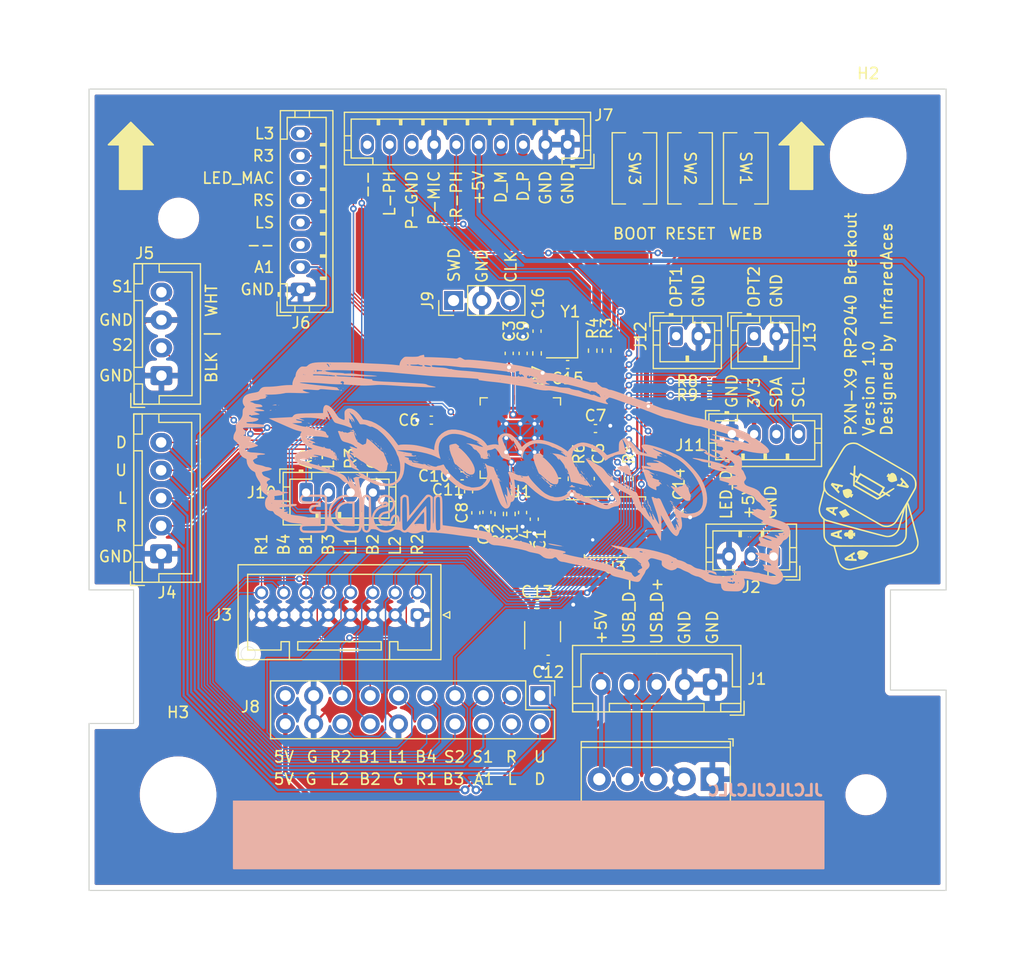
<source format=kicad_pcb>
(kicad_pcb (version 20221018) (generator pcbnew)
  (layers (0 "F.Cu" jumper "Front") (31 "B.Cu" signal "Back") (34 "B.Paste" user) (35 "F.Paste" user) (36 "B.SilkS" user "B.Silkscreen") (37 "F.SilkS" user "F.Silkscreen") (38 "B.Mask" user) (39 "F.Mask" user) (44 "Edge.Cuts" user))
  (net 0 "")
  (net 1 "+3V3")
  (net 2 "B4")
  (net 3 "B1")
  (net 4 "R2")
  (net 5 "+1V1")
  (net 6 "B3")
  (net 7 "B2")
  (net 8 "1XIN")
  (net 9 "Net-(C16-Pad1)")
  (net 10 "Net-(U1-USB_DP)")
  (net 11 "GND")
  (net 12 "Net-(U1-USB_DM)")
  (net 13 "UP")
  (net 14 "DOWN")
  (net 15 "RIGHT")
  (net 16 "LEFT")
  (net 17 "L2")
  (net 18 "R1")
  (net 19 "L1")
  (net 20 "1QSPI_SS")
  (net 21 "1XOUT")
  (net 22 "+5V")
  (net 23 "LED_D")
  (net 24 "S1")
  (net 25 "S2")
  (net 26 "A1")
  (net 27 "LS")
  (net 28 "RS")
  (net 29 "L3")
  (net 30 "R3")
  (net 31 "1QSPI_SD3")
  (net 32 "1QSPI_SCLK")
  (net 33 "1QSPI_SD0")
  (net 34 "1QSPI_SD2")
  (net 35 "1QSPI_SD1")
  (net 37 "Net-(SW2-B)")
  (net 38 "Net-(SW3-B)")
  (net 39 "USB1-")
  (net 40 "USB1+")
  (net 41 "USB2+")
  (net 42 "USB2-")
  (net 43 "Net-(U1-GPIO14)")
  (net 44 "Net-(U1-GPIO15)")
  (net 45 "LED_MAC")
  (net 46 "SWD")
  (net 47 "SWCLK")
  (net 48 "R-PH")
  (net 49 "L-PH")
  (net 50 "A2")
  (net 51 "SDA")
  (net 52 "SCL")
  (net 56 "OPT1")
  (net 57 "OPT2")
  (footprint "MountingHole:MountingHole_6.4mm_M6" (layer "F.Cu") (at 170 56)
    (fp_text reference "H2")
    (fp_text value "MountingHole")
  )
  (footprint "Button_Switch_SMD:SW_Tactile_SPST_NO_Straight_CK_PTS636Sx25SMTRLFS" (layer "F.Cu") (at 154 57.125 -90)
    (fp_text reference "SW2")
    (fp_text value "SW_Push_Open")
  )
  (footprint "Capacitor_SMD:C_0402_1005Metric" (layer "F.Cu") (at 139 73.75 90)
    (fp_text reference "C9")
    (fp_text value "100n")
  )
  (footprint "Capacitor_SMD:C_0402_1005Metric" (layer "F.Cu") (at 133.52 84.75 180)
    (fp_text reference "C10")
    (fp_text value "100n")
  )
  (footprint "Connector_PinHeader_2.54mm:PinHeader_2x10_P2.54mm_Vertical" (layer "F.Cu") (at 140.5 104.5 -90)
    (fp_text reference "J8")
    (fp_text value "Conn_02x10_Odd_Even")
  )
  (footprint "Capacitor_SMD:C_0402_1005Metric" (layer "F.Cu") (at 134.1 86.175 -90)
    (fp_text reference "C11")
    (fp_text value "100n")
  )
  (footprint "Button_Switch_SMD:SW_Tactile_SPST_NO_Straight_CK_PTS636Sx25SMTRLFS" (layer "F.Cu") (at 159 57.125 -90)
    (fp_text reference "SW1")
    (fp_text value "SW_Push_Open")
  )
  (footprint "Connector_JST:JST_PH_B2B-PH-K_1x02_P2.00mm_Vertical" (layer "F.Cu") (at 152.75 72.2)
    (fp_text reference "J12")
    (fp_text value "Conn_01x02")
  )
  (footprint "Button_Switch_SMD:SW_Tactile_SPST_NO_Straight_CK_PTS636Sx25SMTRLFS" (layer "F.Cu") (at 149 57.125 -90)
    (fp_text reference "SW3")
    (fp_text value "SW_Push_Open")
  )
  (footprint "TerminalBlock_TE-Connectivity:TerminalBlock_TE_282834-5_1x05_P2.54mm_Horizontal" (layer "F.Cu") (at 156 112 180)
    (fp_text reference "J14")
    (fp_text value "Screw_Terminal_01x05")
  )
  (footprint "Connector_JST:JST_XH_B5B-XH-A_1x05_P2.50mm_Vertical" (layer "F.Cu") (at 106.475 91.75 90)
    (fp_text reference "J4")
    (fp_text value "Conn_01x05")
  )
  (footprint "Capacitor_SMD:C_0402_1005Metric" (layer "F.Cu") (at 140 88.65 -90)
    (fp_text reference "C1")
    (fp_text value "100n")
  )
  (footprint "Capacitor_SMD:C_0402_1005Metric" (layer "F.Cu") (at 130.75 79.75 180)
    (fp_text reference "C6")
    (fp_text value "100n")
  )
  (footprint "Capacitor_SMD:C_0402_1005Metric" (layer "F.Cu") (at 141.25 101.225 180)
    (fp_text reference "C12")
    (fp_text value "1u")
  )
  (footprint "Capacitor_SMD:C_0402_1005Metric" (layer "F.Cu") (at 137.75 73.75 90)
    (fp_text reference "C3")
    (fp_text value "100n")
  )
  (footprint "Connector_PinHeader_2.54mm:PinHeader_1x03_P2.54mm_Vertical" (layer "F.Cu") (at 132.75 69 90)
    (fp_text reference "J9")
    (fp_text value "Conn_01x03_Pin")
  )
  (footprint "Logo:InfraredAces-logo-11.5x9mm" (layer "F.Cu") (at 170.04035 87.5 90)
    (fp_text reference "G***" hide)
    (fp_text value "LOGO" hide)
  )
  (footprint "Capacitor_SMD:C_0402_1005Metric" (layer "F.Cu") (at 145.75 85 -90)
    (fp_text reference "C5")
    (fp_text value "100n")
  )
  (footprint "Capacitor_SMD:C_0402_1005Metric" (layer "F.Cu") (at 138.95 88.05 -90)
    (fp_text reference "C4")
    (fp_text value "100n")
  )
  (footprint "MountingHole:MountingHole_6.4mm_M6" (layer "F.Cu") (at 108 113.4)
    (fp_text reference "H3")
    (fp_text value "MountingHole")
  )
  (footprint "Connector_JST:JST_XH_B4B-XH-A_1x04_P2.50mm_Vertical" (layer "F.Cu") (at 106.5 75.75 90)
    (fp_text reference "J5")
    (fp_text value "Conn_01x04")
  )
  (footprint "Capacitor_SMD:C_0402_1005Metric" (layer "F.Cu") (at 140.25 96.325)
    (fp_text reference "C13")
    (fp_text value "1u")
  )
  (footprint "Connector_JST:JST_XH_B5B-XH-A_1x05_P2.50mm_Vertical" (layer "F.Cu") (at 156 103.5 180)
    (fp_text reference "J1")
    (fp_text value "Conn_01x05")
  )
  (footprint "Resistor_SMD:R_0402_1005Metric" (layer "F.Cu") (at 148.5 85 90)
    (fp_text reference "R5")
    (fp_text value "1k")
  )
  (footprint "Connector_JST:JST_PUD_B16B-PUDSS_2x08_P2.00mm_Vertical" (layer "F.Cu") (at 129.5 97.25 180)
    (fp_text reference "J3")
    (fp_text value "Conn_02x08_Counter_Clockwise")
  )
  (footprint "Capacitor_SMD:C_0402_1005Metric" (layer "F.Cu") (at 145.5 80.5)
    (fp_text reference "C7")
    (fp_text value "100n")
  )
  (footprint "Capacitor_SMD:C_0402_1005Metric" (layer "F.Cu") (at 140.25 71.75 90)
    (fp_text reference "C16")
    (fp_text value "15p")
  )
  (footprint "Crystal:Crystal_SMD_2520-4Pin_2.5x2.0mm" (layer "F.Cu") (at 142.5 72.5 90)
    (fp_text reference "Y1")
    (fp_text value "Crystal_GND24")
  )
  (footprint "Resistor_SMD:R_0402_1005Metric" (layer "F.Cu") (at 155.75 76.25)
    (fp_text reference "R8")
    (fp_text value "4.7K")
  )
  (footprint "Capacitor_SMD:C_0402_1005Metric" (layer "F.Cu") (at 153 88 -90)
    (fp_text reference "C14")
    (fp_text value "100n")
  )
  (footprint "Connector_JST:JST_PH_B10B-PH-K_1x10_P2.00mm_Vertical" (layer "F.Cu") (at 143 55 180)
    (fp_text reference "J7")
    (fp_text value "Conn_01x10")
  )
  (footprint "Connector_JST:JST_PH_B4B-PH-K_1x04_P2.00mm_Vertical" (layer "F.Cu") (at 157.75 81)
    (fp_text reference "J11")
    (fp_text value "Conn_01x04")
  )
  (footprint "Resistor_SMD:R_0402_1005Metric" (layer "F.Cu") (at 140.25 73.75 -90)
    (fp_text reference "R7")
    (fp_text value "1k")
  )
  (footprint "MountingHole:MountingHole_3.2mm_M3" (layer "F.Cu") (at 108.05 61.6)
    (fp_text reference "H1" hide)
    (fp_text value "MountingHole")
  )
  (footprint "Connector_JST:JST_PH_B4B-PH-K_1x04_P2.00mm_Vertical" (layer "F.Cu") (at 119.5 86.25)
    (fp_text reference "J10")
    (fp_text value "Conn_01x04")
  )
  (footprint "Resistor_SMD:R_0402_1005Metric" (layer "F.Cu") (at 146.5 73.5 -90)
    (fp_text reference "R3")
    (fp_text value "22")
  )
  (footprint "Connector_JST:JST_PH_B8B-PH-K_1x08_P2.00mm_Vertical" (layer "F.Cu") (at 119 68 90)
    (fp_text reference "J6")
    (fp_text value "Conn_01x08")
  )
  (footprint "Connector_JST:JST_PH_B3B-PH-K_1x03_P2.00mm_Vertical" (layer "F.Cu") (at 161.5 92 180)
    (fp_text reference "J2")
    (fp_text value "Conn_01x03")
  )
  (footprint "Resistor_SMD:R_0402_1005Metric" (layer "F.Cu") (at 137.9 88.175 90)
    (fp_text reference "R1")
    (fp_text value "27")
  )
  (footprint "Resistor_SMD:R_0402_1005Metric" (layer "F.Cu") (at 155.75 77.5)
    (fp_text reference "R9")
    (fp_text value "4.7K")
  )
  (footprint "Connector_JST:JST_PH_B2B-PH-K_1x02_P2.00mm_Vertical" (layer "F.Cu") (at 159.75 72.2)
    (fp_text reference "J13")
    (fp_text value "Conn_01x02")
  )
  (footprint "SOT-23-5:SOT-23-5" (layer "F.Cu") (at 140.75 98.75 -90)
    (fp_text reference "U2" hide)
    (fp_text value "TLV73333PDBV")
  )
  (footprint "Resistor_SMD:R_0402_1005Metric" (layer "F.Cu") (at 145.25 73.5 -90)
    (fp_text reference "R4")
    (fp_text value "22")
  )
  (footprint "Resistor_SMD:R_0402_1005Metric" (layer "F.Cu") (at 136.85 88.175 90)
    (fp_text reference "R2")
    (fp_text value "27")
  )
  (footprint "Capacitor_SMD:C_0402_1005Metric" (layer "F.Cu") (at 135.75 88.02 -90)
    (fp_text reference "C2")
    (fp_text value "1u")
  )
  (footprint "Capacitor_SMD:C_0402_1005Metric" (layer "F.Cu") (at 143 74.75 180)
    (fp_text reference "C15")
    (fp_text value "15p")
  )
  (footprint "MountingHole:MountingHole_3.2mm_M3" (layer "F.Cu") (at 169.8 113.4)
    (fp_text reference "H4" hide)
    (fp_text value "MountingHole")
  )
  (footprint "RP2040:RP2040-QFN-56" (layer "F.Cu") (at 138.75 81.35 180)
    (fp_text reference "U1")
    (fp_text value "RP2040")
  )
  (footprint "Package_SO:SOP-8_5.28x5.23mm_P1.27mm" (layer "F.Cu") (at 147.25 89.365)
    (fp_text reference "U3")
    (fp_text value "W25Q128JVS")
  )
  (footprint "Resistor_SMD:R_0402_1005Metric" (layer "F.Cu") (at 143.43 85.02 -90)
    (fp_text reference "R6")
    (fp_text value "10k")
  )
  (footprint "Capacitor_SMD:C_0402_1005Metric" (layer "F.Cu") (at 134.75 88.075 -90)
    (fp_text reference "C8")
    (fp_text value "1u")
  )
  (footprint "Logo:gp2040-ce-logo-inside-BW" (layer "B.Cu") (at 138 84.5 180)
    (fp_text reference "G***" hide)
    (fp_text value "LOGO" hide)
  )
  (gr_rect (start 113 114) (end 166 120.0254) (stroke (width 0.15)) (fill solid) (layer "B.SilkS"))
  (gr_poly locked (pts (xy 164 53) (xy 162 55) (xy 163 55) (xy 163 59) (xy 165 59) (xy 165 55) (xy 166 55)) (stroke (width 0.15)) (fill solid) (layer "F.SilkS"))
  (gr_poly (pts (xy 103.75 53) (xy 101.75 55) (xy 102.75 55) (xy 102.75 59) (xy 104.75 59) (xy 104.75 55) (xy 105.75 55)) (stroke (width 0.15)) (fill solid) (layer "F.SilkS"))
  (gr_line locked (start 100 95) (end 100 50) (stroke (width 0.1)) (layer "Edge.Cuts"))
  (gr_line locked (start 104 95) (end 100 95) (stroke (width 0.1)) (layer "Edge.Cuts"))
  (gr_line locked (start 100 107) (end 104 107) (stroke (width 0.1)) (layer "Edge.Cuts"))
  (gr_line locked (start 104 107) (end 104 95) (stroke (width 0.1)) (layer "Edge.Cuts"))
  (gr_line locked (start 177 104) (end 177 122) (stroke (width 0.1)) (layer "Edge.Cuts"))
  (gr_line locked (start 177 50) (end 177 95) (stroke (width 0.1)) (layer "Edge.Cuts"))
  (gr_line locked (start 100 122) (end 100 107) (stroke (width 0.1)) (layer "Edge.Cuts"))
  (gr_circle (center 114.3 100.75) (end 114.95 100.75) (stroke (width 0.0381)) (fill none) (layer "Edge.Cuts"))
  (gr_line locked (start 172 104) (end 177 104) (stroke (width 0.1)) (layer "Edge.Cuts"))
  (gr_line locked (start 177 50) (end 100 50) (stroke (width 0.1)) (layer "Edge.Cuts"))
  (gr_line locked (start 177 95) (end 172 95) (stroke (width 0.1)) (layer "Edge.Cuts"))
  (gr_line locked (start 177 122) (end 100 122) (stroke (width 0.1)) (layer "Edge.Cuts"))
  (gr_line locked (start 172 95) (end 172 104) (stroke (width 0.1)) (layer "Edge.Cuts"))
  (gr_text "JLCJLCJLCJLC" (at 160.75 113) (layer "B.SilkS") (effects (font (size 1 1) (thickness 0.25) bold) (justify mirror)))
  (gr_text "GND" (at 154.75 69.75 90) (layer "F.SilkS") (effects (font (size 1 1)) (justify left)))
  (gr_text "USB_D+" (at 151 99.99 90) (layer "F.SilkS") (effects (font (size 1 1)) (justify left)))
  (gr_text "R-PH" (at 133 57.25 90) (layer "F.SilkS") (effects (font (size 1 1)) (justify right)))
  (gr_text "G" (at 120.055555 110) (layer "F.SilkS") (effects (font (size 1 1))))
  (gr_text "P-MIC" (at 131 57.25 90) (layer "F.SilkS") (effects (font (size 1 1)) (justify right)))
  (gr_text "LS" (at 116.75 62) (layer "F.SilkS") (effects (font (size 1 1)) (justify right)))
  (gr_text "S1" (at 135.388885 110) (layer "F.SilkS") (effects (font (size 1 1))))
  (gr_text "R" (at 137.94444 110) (layer "F.SilkS") (effects (font (size 1 1))))
  (gr_text "B1" (at 125.166665 110) (layer "F.SilkS") (effects (font (size 1 1))))
  (gr_text "S2" (at 132.83333 110) (layer "F.SilkS") (effects (font (size 1 1))))
  (gr_text "G" (at 127.777776 112) (layer "F.SilkS") (effects (font (size 1 1))))
  (gr_text "L1" (at 127.72222 110) (layer "F.SilkS") (effects (font (size 1 1))))
  (gr_text "U" (at 140.5 110) (layer "F.SilkS") (effects (font (size 1 1))))
  (gr_text "R1" (at 115.5 92 90) (layer "F.SilkS") (effects (font (size 1 1)) (justify left)))
  (gr_text "5V" (at 117.5 112) (layer "F.SilkS") (effects (font (size 1 1))))
  (gr_text "L" (at 103.5 86.75) (layer "F.SilkS") (effects (font (size 1 1)) (justify right)))
  (gr_text "GND" (at 153.5 99.99 90) (layer "F.SilkS") (effects (font (size 1 1)) (justify left)))
  (gr_text "GND" (at 135.3 65.9 90) (layer "F.SilkS") (effects (font (size 1 1))))
  (gr_text "R" (at 103.5 89.25) (layer "F.SilkS") (effects (font (size 1 1)) (justify right)))
  (gr_text "U" (at 103.5 84.25) (layer "F.SilkS") (effects (font (size 1 1)) (justify right)))
  (gr_text "RS" (at 116.75 60) (layer "F.SilkS") (effects (font (size 1 1)) (justify right)))
  (gr_text "SWD" (at 132.8 65.8 90) (layer "F.SilkS") (effects (font (size 1 1))))
  (gr_text "L3" (at 121.5 84.25 90) (layer "F.SilkS") (effects (font (size 1 1)) (justify left)))
  (gr_text "5V" (at 117.5 110) (layer "F.SilkS") (effects (font (size 1 1))))
  (gr_text "S1" (at 104.05 67.75) (layer "F.SilkS") (effects (font (size 1 1)) (justify right)))
  (gr_text "BOOT" (at 149 63) (layer "F.SilkS") (effects (font (size 1 1))))
  (gr_text "GND" (at 156 99.99 90) (layer "F.SilkS") (effects (font (size 1 1)) (justify left)))
  (gr_text "+5V" (at 135 57.25 90) (layer "F.SilkS") (effects (font (size 1 1)) (justify right)))
  (gr_text "SDA" (at 161.75 78.75 90) (layer "F.SilkS") (effects (font (size 1 1)) (justify left)))
  (gr_text "S2" (at 104.05 73) (layer "F.SilkS") (effects (font (size 1 1)) (justify right)))
  (gr_text "GND" (at 141 57.25 90) (layer "F.SilkS") (effects (font (size 1 1)) (justify right)))
  (gr_text "D_P" (at 139 57.25 90) (layer "F.SilkS") (effects (font (size 1 1)) (justify right)))
  (gr_text "R3" (at 116.75 56) (layer "F.SilkS") (effects (font (size 1 1)) (justify right)))
  (gr_text "B2" (at 125.5 92 90) (layer "F.SilkS") (effects (font (size 1 1)) (justify left)))
  (gr_text "L2" (at 127.5 92 90) (layer "F.SilkS") (effects (font (size 1 1)) (justify left)))
  (gr_text "R3" (at 123.5 84.25 90) (layer "F.SilkS") (effects (font (size 1 1)) (justify left)))
  (gr_text "GND" (at 104.025 92) (layer "F.SilkS") (effects (font (size 1 1)) (justify right)))
  (gr_text "GND" (at 161.25 88.75 90) (layer "F.SilkS") (effects (font (size 1 1)) (justify left)))
  (gr_text "P-GND" (at 129 57.25 90) (layer "F.SilkS") (effects (font (size 1 1)) (justify right)))
  (gr_text "+5V" (at 159.25 88.75 90) (layer "F.SilkS") (effects (font (size 1 1)) (justify left)))
  (gr_text "B2" (at 125.25 112) (layer "F.SilkS") (effects (font (size 1 1))))
  (gr_text "A2" (at 119.5 84.25 90) (layer "F.SilkS") (effects (font (size 1 1)) (justify left)))
  (gr_text "CLK" (at 137.9 66 90) (layer "F.SilkS") (effects (font (size 1 1))))
  (gr_text "--" (at 125 57.25 90) (layer "F.SilkS") (effects (font (size 1 1)) (justify right)))
  (gr_text "GND" (at 161.75 69.75 90) (layer "F.SilkS") (effects (font (size 1 1)) (justify left)))
  (gr_text "GND" (at 104.05 75.75) (layer "F.SilkS") (effects (font (size 1 1)) (justify right)))
  (gr_text "D_M" (at 137 57.25 90) (layer "F.SilkS") (effects (font (size 1 1)) (justify right)))
  (gr_text "R1" (at 130.293648 112) (layer "F.SilkS") (effects (font (size 1 1))))
  (gr_text "RESET" (at 154 63) (layer "F.SilkS") (effects (font (size 1 1))))
  (gr_text "LED_MAC" (at 116.75 58) (layer "F.SilkS") (effects (font (size 1 1)) (justify right)))
  (gr_text "B3" (at 121.5 92 90) (layer "F.SilkS") (effects (font (size 1 1)) (justify left)))
  (gr_text "A1" (at 116.75 66) (layer "F.SilkS") (effects (font (size 1 1)) (justify right)))
  (gr_text "USB_D-" (at 148.5 99.99 90) (layer "F.SilkS") (effects (font (size 1 1)) (justify left)))
  (gr_text "D" (at 140.5 112) (layer "F.SilkS") (effects (font (size 1 1))))
  (gr_text "WHT" (at 111 69 90) (layer "F.SilkS") (effects (font (size 1 1))))
  (gr_text "|" (at 111 72 90) (layer "F.SilkS") (effects (font (size 1 1))))
  (gr_text "L" (at 138 112) (layer "F.SilkS") (effects (font (size 1 1))))
  (gr_text "--" (at 116.75 64) (layer "F.SilkS") (effects (font (size 1 1)) (justify right)))
  (gr_text "GND" (at 157.75 78.75 90) (layer "F.SilkS") (effects (font (size 1 1)) (justify left)))
  (gr_text "BLK" (at 111 75 90) (layer "F.SilkS") (effects (font (size 1 1))))
  (gr_text "GND" (at 104.05 70.75) (layer "F.SilkS") (effects (font (size 1 1)) (justify right)))
  (gr_text "OPT1" (at 152.75 69.75 90) (layer "F.SilkS") (effects (font (size 1 1)) (justify left)))
  (gr_text "G" (at 119.944444 112) (layer "F.SilkS") (effects (font (size 1 1))))
  (gr_text "L1" (at 123.5 92 90) (layer "F.SilkS") (effects (font (size 1 1)) (justify left)))
  (gr_text "OPT2" (at 159.75 69.75 90) (layer "F.SilkS") (effects (font (size 1 1)) (justify left)))
  (gr_text "D" (at 103.5 81.75) (layer "F.SilkS") (effects (font (size 1 1)) (justify right)))
  (gr_text "+5V" (at 146 99.99 90) (layer "F.SilkS") (effects (font (size 1 1)) (justify left)))
  (gr_text "LED_D" (at 157.25 88.75 90) (layer "F.SilkS") (effects (font (size 1 1)) (justify left)))
  (gr_text "G" (at 125.5 84.25 90) (layer "F.SilkS") (effects (font (size 1 1)) (justify left)))
  (gr_text "3V3" (at 159.75 78.75 90) (layer "F.SilkS") (effects (font (size 1 1)) (justify left)))
  (gr_text "B1" (at 119.5 92 90) (layer "F.SilkS") (effects (font (size 1 1)) (justify left)))
  (gr_text "B4" (at 117.5 92 90) (layer "F.SilkS") (effects (font (size 1 1)) (justify left)))
  (gr_text "PXN-X9 RP2040 Breakout\nVersion 1.0\nDesigned by InfraredAces" (at 172.25 81.25 90) (layer "F.SilkS") (effects (font (size 1 1)) (justify left bottom)))
  (gr_text "L3" (at 116.75 54) (layer "F.SilkS") (effects (font (size 1 1)) (justify right)))
  (gr_text "L-PH" (at 127 57.25 90) (layer "F.SilkS") (effects (font (size 1 1)) (justify right)))
  (gr_text "R2" (at 122.61111 110) (layer "F.SilkS") (effects (font (size 1 1))))
  (gr_text "A1" (at 135.5 112) (layer "F.SilkS") (effects (font (size 1 1))))
  (gr_text "B3" (at 132.75 112) (layer "F.SilkS") (effects (font (size 1 1))))
  (gr_text "GND" (at 116.75 68) (layer "F.SilkS") (effects (font (size 1 1)) (justify right)))
  (gr_text "SCL" (at 163.75 78.75 90) (layer "F.SilkS") (effects (font (size 1 1)) (justify left)))
  (gr_text "GND" (at 143 57.25 90) (layer "F.SilkS") (effects (font (size 1 1)) (justify right)))
  (gr_text "L2" (at 122.5 112) (layer "F.SilkS") (effects (font (size 1 1))))
  (gr_text "WEB" (at 159 63) (layer "F.SilkS") (effects (font (size 1 1))))
  (gr_text "R2" (at 129.5 92 90) (layer "F.SilkS") (effects (font (size 1 1)) (justify left)))
  (gr_text "B4" (at 130.277775 110) (layer "F.SilkS") (effects (font (size 1 1))))
  (segment (start 138.55 84.7875) (end 138.55 85.75) (width 0.2) (layer "F.Cu") (net 1))
  (segment (start 144.6 86.2) (end 145.86 87.46) (width 0.4) (layer "F.Cu") (net 1))
  (segment (start 134.75 87.125) (end 135.3125 86.5625) (width 0.4) (layer "F.Cu") (net 1))
  (segment (start 150.85 87.46) (end 150.885 87.495) (width 0.2) (layer "F.Cu") (net 1))
  (segment (start 138.55 84.7875) (end 138.55 84.05) (width 0.2) (layer "F.Cu") (net 1))
  (segment (start 138.15 84.7875) (end 138.15 85.85) (width 0.2) (layer "F.Cu") (net 1))
  (segment (start 136.55 84.7875) (end 136.55 85.4) (width 0.2) (layer "F.Cu") (net 1))
  (segment (start 133.305 85.695) (end 132.5 86.5) (width 0.4) (layer "F.Cu") (net 1))
  (segment (start 142.1875 83.95) (end 141.4 83.95) (width 0.2) (layer "F.Cu") (net 1))
  (segment (start 144.75 95.25) (end 140.75 95.25) (width 0.4) (layer "F.Cu") (net 1))
  (segment (start 135.3125 80.35) (end 136.2 80.35) (width 0.2) (layer "F.Cu") (net 1))
  (segment (start 158 76.25) (end 159.25 77.5) (width 0.4) (layer "F.Cu") (net 1))
  (segment (start 156.26 76.25) (end 158 76.25) (width 0.4) (layer "F.Cu") (net 1))
  (segment (start 134.75 87.595) (end 134.75 87.125) (width 0.4) (layer "F.Cu") (net 1))
  (segment (start 135.3125 86.5625) (end 135.3125 84.05001) (width 0.4) (layer "F.Cu") (net 1))
  (segment (start 145.86 87.46) (end 150.85 87.46) (width 0.4) (layer "F.Cu") (net 1))
  (segment (start 142.1875 80.35) (end 141.65 80.35) (width 0.2) (layer "F.Cu") (net 1))
  (segment (start 139.77 96.23) (end 139.77 96.325) (width 0.4) (layer "F.Cu") (net 1))
  (segment (start 138.55 77.9125) (end 138.55 74.68) (width 0.2) (layer "F.Cu") (net 1))
  (segment (start 142.1875 80.35) (end 143.6 80.35) (width 0.2) (layer "F.Cu") (net 1))
  (segment (start 138.55 74.68) (end 139 74.23) (width 0.2) (layer "F.Cu") (net 1))
  (segment (start 131.83 80.35) (end 131.23 79.75) (width 0.2) (layer "F.Cu") (net 1))
  (segment (start 136.55 84.15) (end 136.35 83.95) (width 0.2) (layer "F.Cu") (net 1))
  (segment (start 136.23 85.695) (end 134.1 85.695) (width 0.4) (layer "F.Cu") (net 1))
  (segment (start 139.77 97.62) (end 139.8 97.65) (width 0.4) (layer "F.Cu") (net 1))
  (segment (start 132.5 86.5) (end 132.5 89.00692) (width 0.4) (layer "F.Cu") (net 1))
  (segment (start 136.35 85.575) (end 136.23 85.695) (width 0.4) (layer "F.Cu") (net 1))
  (segment (start 141.65 80.35) (end 141.5 80.35) (width 0.2) (layer "F.Cu") (net 1))
  (segment (start 138.3 86) (end 138.3 86.988004) (width 0.2) (layer "F.Cu") (net 1))
  (segment (start 144.6 85.1) (end 144.6 86.2) (width 0.4) (layer "F.Cu") (net 1))
  (segment (start 139.77 96.325) (end 139.77 97.62) (width 0.4) (layer "F.Cu") (net 1))
  (segment (start 138.15 84.15) (end 138.2 84.1) (width 0.2) (layer "F.Cu") (net 1))
  (segment (start 156.26 77.5) (end 159.25 77.5) (width 0.4) (layer "F.Cu") (net 1))
  (segment (start 134.1 85.695) (end 133.305 85.695) (width 0.4) (layer "F.Cu") (net 1))
  (segment (start 134.13 84.725) (end 136 84.725) (width 0.4) (layer "F.Cu") (net 1))
  (segment (start 159.75 78) (end 159.75 81) (width 0.4) (layer "F.Cu") (net 1))
  (segment (start 136.55 85.4) (end 136.35 85.6) (width 0.2) (layer "F.Cu") (net 1))
  (segment (start 145.77 84.5) (end 145.76 84.51) (width 0.4) (layer "F.Cu") (net 1))
  (segment (start 136.1 83.95) (end 136.15 84) (width 0.2) (layer "F.Cu") (net 1))
  (segment (start 136.15 84) (end 136.15 84.7875) (width 0.2) (layer "F.Cu") (net 1))
  (segment (start 138.881996 87.57) (end 138.95 87.57) (width 0.2) (layer "F.Cu") (net 1))
  (segment (start 138.55 77.9125) (end 138.55 78.65) (width 0.2) (layer "F.Cu") (net 1))
  (segment (start 138.15 84.7875) (end 138.15 84.15) (width 0.2) (layer "F.Cu") (net 1))
  (segment (start 132.5 89.00692) (end 139.74308 96.25) (width 0.4) (layer "F.Cu") (net 1))
  (segment (start 134 84.75) (end 133.97 84.72) (width 0.4) (layer "F.Cu") (net 1))
  (segment (start 152.975 87.495) (end 153 87.52) (width 0.2) (layer "F.Cu") (net 1))
  (segment (start 138.15 85.85) (end 138.3 86) (width 0.2) (layer "F.Cu") (net 1))
  (segment (start 159.25 77.5) (end 159.75 78) (width 0.4) (layer "F.Cu") (net 1))
  (segment (start 139.74308 96.25) (end 139.75 96.25) (width 0.4) (layer "F.Cu") (net 1))
  (segment (start 138.55 85.75) (end 138.3 86) (width 0.2) (layer "F.Cu") (net 1))
  (segment (start 136.55 84.7875) (end 136.55 84.15) (width 0.2) (layer "F.Cu") (net 1))
  (segment (start 134.1 84.755) (end 134.1 85.695) (width 0.4) (layer "F.Cu") (net 1))
  (segment (start 138.3 86.988004) (end 138.881996 87.57) (width 0.2) (layer "F.Cu") (net 1))
  (segment (start 142.62 84.51) (end 142.18 84.07) (width 0.4) (layer "F.Cu") (net 1))
  (segment (start 145.76 84.51) (end 143.43 84.51) (width 0.4) (layer "F.Cu") (net 1))
  (segment (start 135.3125 80.35) (end 131.83 80.35) (width 0.2) (layer "F.Cu") (net 1))
  (segment (start 135.3125 83.95) (end 136.1 83.95) (width 0.2) (layer "F.Cu") (net 1))
  (segment (start 143.6 80.35) (end 143.75 80.5) (width 0.2) (layer "F.Cu") (net 1))
  (segment (start 140.75 95.25) (end 139.77 96.23) (width 0.4) (layer "F.Cu") (net 1))
  (segment (start 143.43 84.51) (end 142.62 84.51) (width 0.4) (layer "F.Cu") (net 1))
  (segment (start 144.01 84.51) (end 144.6 85.1) (width 0.4) (layer "F.Cu") (net 1))
  (segment (start 143.43 84.51) (end 144.01 84.51) (width 0.4) (layer "F.Cu") (net 1))
  (segment (start 150.885 87.495) (end 152.975 87.495) (width 0.2) (layer "F.Cu") (net 1))
  (segment (start 143.75 80.5) (end 145.02 80.5) (width 0.2) (layer "F.Cu") (net 1))
  (via (at 144.75 95.25) (size 0.6) (drill 0.3) (layers "F.Cu" "B.Cu") (net 1))
  (segment (start 144.75 95.25) (end 144.775 95.25) (width 0.4) (layer "B.Cu") (net 1))
  (segment (start 151 89.75) (end 159.75 81) (width 0.4) (layer "B.Cu") (net 1))
  (segment (start 150.275 89.75) (end 151 89.75) (width 0.4) (layer "B.Cu") (net 1))
  (segment (start 144.775 95.25) (end 150.275 89.75) (width 0.4) (layer "B.Cu") (net 1))
  (segment (start 116.65 83.55) (end 135.3125 83.55) (width 0.127) (layer "F.Cu") (net 2))
  (segment (start 115.9 84.3) (end 116.65 83.55) (width 0.127) (layer "F.Cu") (net 2))
  (segment (start 117.5 95.25) (end 117.5 93.3) (width 0.127) (layer "F.Cu") (net 2))
  (segment (start 117.5 93.3) (end 115.9 91.7) (width 0.127) (layer "F.Cu") (net 2))
  (segment (start 115.9 91.7) (end 115.9 84.3) (width 0.127) (layer "F.Cu") (net 2))
  (segment (start 131.4535 108.6465) (end 130.3215 109.7785) (width 0.127) (layer "B.Cu") (net 2))
  (segment (start 130.34 104.5) (end 131.4535 105.6135) (width 0.127) (layer "B.Cu") (net 2))
  (segment (start 110.8795 97.5205) (end 114.146 94.254) (width 0.127) (layer "B.Cu") (net 2))
  (segment (start 117.26696 109.7785) (end 110.8795 103.39104) (width 0.127) (layer "B.Cu") (net 2))
  (segment (start 130.3215 109.7785) (end 117.26696 109.7785) (width 0.127) (layer "B.Cu") (net 2))
  (segment (start 131.4535 105.6135) (end 131.4535 108.6465) (width 0.127) (layer "B.Cu") (net 2))
  (segment (start 110.8795 103.39104) (end 110.8795 97.5205) (width 0.127) (layer "B.Cu") (net 2))
  (segment (start 116.504 94.254) (end 117.5 95.25) (width 0.127) (layer "B.Cu") (net 2))
  (segment (start 114.146 94.254) (end 116.504 94.254) (width 0.127) (layer "B.Cu") (net 2))
  (segment (start 120.5 99) (end 120.5 96.25) (width 0.127) (layer "F.Cu") (net 3))
  (segment (start 146.55 83.55) (end 142.1875 83.55) (width 0.127) (layer "F.Cu") (net 3))
  (segment (start 125.26 101.36) (end 124.3 100.4) (width 0.127) (layer "F.Cu") (net 3))
  (segment (start 147.481707 84.481707) (end 146.55 83.55) (width 0.127) (layer "F.Cu") (net 3))
  (segment (start 125.26 104.5) (end 125.26 101.36) (width 0.127) (layer "F.Cu") (net 3))
  (segment (start 147.481707 84.5) (end 147.481707 84.481707) (width 0.127) (layer "F.Cu") (net 3))
  (segment (start 121.9 100.4) (end 120.5 99) (width 0.127) (layer "F.Cu") (net 3))
  (segment (start 124.3 100.4) (end 121.9 100.4) (width 0.127) (layer "F.Cu") (net 3))
  (segment (start 120.5 96.25) (end 119.5 95.25) (width 0.127) (layer "F.Cu") (net 3))
  (via (at 147.481707 84.5) (size 0.6) (drill 0.3) (layers "F.Cu" "B.Cu") (net 3))
  (segment (start 121.75 91.25) (end 119.5 93.5) (width 0.127) (layer "B.Cu") (net 3))
  (segment (start 147.481707 84.5) (end 147.790707 84.809) (width 0.127) (layer "B.Cu") (net 3))
  (segment (start 141.75 95) (end 138 95) (width 0.127) (layer "B.Cu") (net 3))
  (segment (start 134.25 91.25) (end 121.75 91.25) (width 0.127) (layer "B.Cu") (net 3))
  (segment (start 147.790707 84.809) (end 147.790707 88.959293) (width 0.127) (layer "B.Cu") (net 3))
  (segment (start 119.5 93.5) (end 119.5 95.25) (width 0.127) (layer "B.Cu") (net 3))
  (segment (start 147.790707 88.959293) (end 141.75 95) (width 0.127) (layer "B.Cu") (net 3))
  (segment (start 138 95) (end 134.25 91.25) (width 0.127) (layer "B.Cu") (net 3))
  (segment (start 128 99.3) (end 128.5 98.8) (width 0.127) (layer "F.Cu") (net 4))
  (segment (start 147.45 81.55) (end 142.1875 81.55) (width 0.127) (layer "F.Cu") (net 4))
  (segment (start 128.5 98.8) (end 128.5 96.25) (width 0.127) (layer "F.Cu") (net 4))
  (segment (start 128.5 96.25) (end 129.5 95.25) (width 0.127) (layer "F.Cu") (net 4))
  (segment (start 148.5 80.5) (end 147.45 81.55) (width 0.127) (layer "F.Cu") (net 4))
  (segment (start 123.4 99.3) (end 128 99.3) (width 0.127) (layer "F.Cu") (net 4))
  (via (at 148.5 80.5) (size 0.6) (drill 0.3) (layers "F.Cu" "B.Cu") (net 4))
  (via (at 123.4 99.3) (size 0.6) (drill 0.3) (layers "F.Cu" "B.Cu") (net 4))
  (segment (start 149 80.5) (end 149.754 81.254) (width 0.127) (layer "B.Cu") (net 4))
  (segment (start 122.72 104.5) (end 122.72 99.98) (width 0.127) (layer "B.Cu") (net 4))
  (segment (start 122.72 99.98) (end 123.4 99.3) (width 0.127) (layer "B.Cu") (net 4))
  (segment (start 149.754 84.12121) (end 149.060707 84.814503) (width 0.127) (layer "B.Cu") (net 4))
  (segment (start 137.47395 96.27) (end 133.72395 92.52) (width 0.127) (layer "B.Cu") (net 4))
  (segment (start 142.27605 96.27) (end 137.47395 96.27) (width 0.127) (layer "B.Cu") (net 4))
  (segment (start 149.754 81.254) (end 149.754 84.12121) (width 0.127) (layer "B.Cu") (net 4))
  (segment (start 130.48 92.52) (end 129.5 93.5) (width 0.127) (layer "B.Cu") (net 4))
  (segment (start 133.72395 92.52) (end 130.48 92.52) (width 0.127) (layer "B.Cu") (net 4))
  (segment (start 149.060707 89.485343) (end 142.27605 96.27) (width 0.127) (layer "B.Cu") (net 4))
  (segment (start 148.5 80.5) (end 149 80.5) (width 0.127) (layer "B.Cu") (net 4))
  (segment (start 129.5 93.5) (end 129.5 95.25) (width 0.127) (layer "B.Cu") (net 4))
  (segment (start 149.060707 84.814503) (end 149.060707 89.485343) (width 0.127) (layer "B.Cu") (net 4))
  (segment (start 137.73 74.25) (end 137.75 74.23) (width 0.2) (layer "F.Cu") (net 5))
  (segment (start 138.95 84.7875) (end 138.95 86.699998) (width 0.2) (layer "F.Cu") (net 5))
  (segment (start 137.73 75) (end 138.15 75.42) (width 0.2) (layer "F.Cu") (net 5))
  (segment (start 140 87.6) (end 139.099999 86.699999) (width 0.2) (layer "F.Cu") (net 5))
  (segment (start 139.099999 86.699999) (end 138.949999 86.699999) (width 0.2) (layer "F.Cu") (net 5))
  (segment (start 137.73 75) (end 137.73 74.25) (width 0.2) (layer "F.Cu") (net 5))
  (segment (start 135.75 87.1) (end 135.75 87.54) (width 0.2) (layer "F.Cu") (net 5))
  (segment (start 136.95 84.1) (end 137.15 83.9) (width 0.2) (layer "F.Cu") (net 5))
  (segment (start 136.95 84.7875) (end 136.95 85.9) (width 0.2) (layer "F.Cu") (net 5))
  (segment (start 138.15 75.42) (end 138.15 77.9125) (width 0.2) (layer "F.Cu") (net 5))
  (segment (start 136.95 84.7875) (end 136.95 84.1) (width 0.2) (layer "F.Cu") (net 5))
  (segment (start 138.95 86.699998) (end 138.949999 86.699999) (width 0.2) (layer "F.Cu") (net 5))
  (segment (start 140 88.17) (end 140 87.6) (width 0.2) (layer "F.Cu") (net 5))
  (segment (start 136.95 85.9) (end 135.75 87.1) (width 0.2) (layer "F.Cu") (net 5))
  (via (at 137.73 75) (size 0.6) (drill 0.35) (layers "F.Cu" "B.Cu") (net 5))
  (via (at 138.949999 86.699999) (size 0.6) (drill 0.35) (layers "F.Cu" "B.Cu") (net 5))
  (via (at 138.1001 79.242271) (size 0.6) (drill 0.35) (layers "F.Cu" "B.Cu") (net 5))
  (via (at 137.95 83.504945) (size 0.6) (drill 0.35) (layers "F.Cu" "B.Cu") (net 5))
  (segment (start 137.95 85.7) (end 138.949999 86.699999) (width 0.15) (layer "B.Cu") (net 5))
  (segment (start 137.73 75) (end 138.1001 75.3701) (width 0.2) (layer "B.Cu") (net 5))
  (segment (start 138.1001 75.3701) (end 138.1001 79.242271) (width 0.2) (layer "B.Cu") (net 5))
  (segment (start 137.95 83.504945) (end 137.95 85.7) (width 0.15) (layer "B.Cu") (net 5))
  (segment (start 120.25 94) (end 121.5 95.25) (width 0.127) (layer "F.Cu") (net 6))
  (segment (start 147.105206 83.15) (end 142.1875 83.15) (width 0.127) (layer "F.Cu") (net 6))
  (segment (start 147.477603 83.522397) (end 147.105206 83.15) (width 0.127) (layer "F.Cu") (net 6))
  (segment (start 118.9 94) (end 120.25 94) (width 0.127) (layer "F.Cu") (net 6))
  (via (at 118.9 94) (size 0.6) (drill 0.3) (layers "F.Cu" "B.Cu") (net 6))
  (via (at 147.477603 83.522397) (size 0.6) (drill 0.3) (layers "F.Cu" "B.Cu") (net 6))
  (segment (start 117.16175 110.0325) (end 131.2675 110.0325) (width 0.127) (layer "B.Cu") (net 6))
  (segment (start 121.5 93.5) (end 121.5 95.25) (width 0.127) (layer "B.Cu") (net 6))
  (segment (start 134.14479 91.504) (end 123.496 91.504) (width 0.127) (layer "B.Cu") (net 6))
  (segment (start 132.88 108.42) (end 132.88 107.04) (width 0.127) (layer "B.Cu") (net 6))
  (segment (start 118.9 94) (end 114.04079 94) (width 0.127) (layer "B.Cu") (net 6))
  (segment (start 110.6255 97.41529) (end 110.6255 103.49625) (width 0.127) (layer "B.Cu") (net 6))
  (segment (start 131.2675 110.0325) (end 132.88 108.42) (width 0.127) (layer "B.Cu") (net 6))
  (segment (start 114.04079 94) (end 110.6255 97.41529) (width 0.127) (layer "B.Cu") (net 6))
  (segment (start 148.044707 84.089501) (end 148.044707 89.064503) (width 0.127) (layer "B.Cu") (net 6))
  (segment (start 137.89479 95.254) (end 134.14479 91.504) (width 0.127) (layer "B.Cu") (net 6))
  (segment (start 148.044707 89.064503) (end 141.85521 95.254) (width 0.127) (layer "B.Cu") (net 6))
  (segment (start 147.477603 83.522397) (end 148.044707 84.089501) (width 0.127) (layer "B.Cu") (net 6))
  (segment (start 123.496 91.504) (end 121.5 93.5) (width 0.127) (layer "B.Cu") (net 6))
  (segment (start 141.85521 95.254) (end 137.89479 95.254) (width 0.127) (layer "B.Cu") (net 6))
  (segment (start 110.6255 103.49625) (end 117.16175 110.0325) (width 0.127) (layer "B.Cu") (net 6))
  (segment (start 125.21 107.04) (end 125 107.25) (width 0.127) (layer "F.Cu") (net 7))
  (segment (start 148.5 82.5) (end 148.35 82.35) (width 0.127) (layer "F.Cu") (net 7))
  (segment (start 148.35 82.35) (end 142.1875 82.35) (width 0.127) (layer "F.Cu") (net 7))
  (segment (start 125.26 107.04) (end 125.21 107.04) (width 0.127) (layer "F.Cu") (net 7))
  (via (at 148.5 82.5) (size 0.6) (drill 0.3) (layers "F.Cu" "B.Cu") (net 7))
  (segment (start 148.552707 84.556503) (end 148.552707 89.274923) (width 0.127) (layer "B.Cu") (net 7))
  (segment (start 142.06563 95.762) (end 137.68437 95.762) (width 0.127) (layer "B.Cu") (net 7))
  (segment (start 126.988 92.012) (end 125.5 93.5) (width 0.127) (layer "B.Cu") (net 7))
  (segment (start 149.130482 83.130482) (end 149.130482 83.978728) (width 0.127) (layer "B.Cu") (net 7))
  (segment (start 148.552707 89.274923) (end 142.06563 95.762) (width 0.127) (layer "B.Cu") (net 7))
  (segment (start 124 99) (end 124.5 98.5) (width 0.127) (layer "B.Cu") (net 7))
  (segment (start 148.5 82.5) (end 149.130482 83.130482) (width 0.127) (layer "B.Cu") (net 7))
  (segment (start 133.93437 92.012) (end 126.988 92.012) (width 0.127) (layer "B.Cu") (net 7))
  (segment (start 149.130482 83.978728) (end 148.552707 84.556503) (width 0.127) (layer "B.Cu") (net 7))
  (segment (start 137.68437 95.762) (end 133.93437 92.012) (width 0.127) (layer "B.Cu") (net 7))
  (segment (start 125.26 107.04) (end 124 105.78) (width 0.127) (layer "B.Cu") (net 7))
  (segment (start 124.5 98.5) (end 124.5 96.25) (width 0.127) (layer "B.Cu") (net 7))
  (segment (start 124.5 96.25) (end 125.5 95.25) (width 0.127) (layer "B.Cu") (net 7))
  (segment (start 124 105.78) (end 124 99) (width 0.127) (layer "B.Cu") (net 7))
  (segment (start 125.5 93.5) (end 125.5 95.25) (width 0.127) (layer "B.Cu") (net 7))
  (segment (start 143.2 74.07) (end 143.2 73.375) (width 0.2) (layer "F.Cu") (net 8))
  (segment (start 139.35 75.9) (end 140.493 74.757) (width 0.2) (layer "F.Cu") (net 8))
  (segment (start 140.584945 74.757) (end 140.591945 74.75) (width 0.2) (layer "F.Cu") (net 8))
  (segment (start 139.35 77.9125) (end 139.35 75.9) (width 0.2) (layer "F.Cu") (net 8))
  (segment (start 140.591945 74.75) (end 142.52 74.75) (width 0.2) (layer "F.Cu") (net 8))
  (segment (start 140.493 74.757) (end 140.584945 74.757) (width 0.2) (layer "F.Cu") (net 8))
  (segment (start 142.52 74.75) (end 143.2 74.07) (width 0.2) (layer "F.Cu") (net 8))
  (segment (start 140.25 72.23) (end 141.469511 72.23) (width 0.2) (layer "F.Cu") (net 9))
  (segment (start 141.469511 72.23) (end 141.8 71.899511) (width 0.2) (layer "F.Cu") (net 9))
  (segment (start 141.8 71.899511) (end 141.8 71.625) (width 0.2) (layer "F.Cu") (net 9))
  (segment (start 140.25 73.24) (end 140.25 72.23) (width 0.2) (layer "F.Cu") (net 9))
  (segment (start 137.75 86.775) (end 137.9 86.925) (width 0.2) (layer "F.Cu") (net 10))
  (segment (start 137.75 84.7875) (end 137.75 86.775) (width 0.2) (layer "F.Cu") (net 10))
  (segment (start 137.9 86.925) (end 137.9 87.665) (width 0.2) (layer "F.Cu") (net 10))
  (segment (start 143.2 71.625) (end 143.2 71.296) (width 0.4) (layer "F.Cu") (net 11))
  (segment (start 135.75 88.5) (end 135.75 89.32) (width 0.4) (layer "F.Cu") (net 11))
  (segment (start 146.98 85.48) (end 145.75 85.48) (width 0.4) (layer "F.Cu") (net 11))
  (segment (start 138.95 88.53) (end 138.95 89.32) (width 0.4) (layer "F.Cu") (net 11))
  (segment (start 143.5 96.325) (end 141.425 96.325) (width 0.4) (layer "F.Cu") (net 11))
  (segment (start 134.08 86.675) (end 134.1 86.655) (width 0.4) (layer "F.Cu") (net 11))
  (segment (start 139.25 71.269511) (end 140.249511 71.269511) (width 0.4) (layer "F.Cu") (net 11))
  (segment (start 146.83 80.25) (end 146.58 80.5) (width 0.4) (layer "F.Cu") (net 11))
  (segment (start 106.5 70.75) (end 105.3 70.75) (width 0.2) (layer "F.Cu") (net 11))
  (segment (start 146.58 80.5) (end 145.98 80.5) (width 0.4) (layer "F.Cu") (net 11))
  (segment (start 140.75 102) (end 140.77 101.98) (width 0.4) (layer "F.Cu") (net 11))
  (segment (start 140.75 99.85) (end 140.75 97) (width 0.4) (layer "F.Cu") (net 11))
  (segment (start 140.77 101.98) (end 140.77 101.225) (width 0.4) (layer "F.Cu") (net 11))
  (segment (start 143.2 71.625) (end 144 71.625) (width 0.4) (layer "F.Cu") (net 11))
  (segment (start 145.25 90.5) (end 144.48 91.27) (width 0.2) (layer "F.Cu") (net 11))
  (segment (start 140.75 75.5) (end 140.212448 75.5) (width 0.2) (layer "F.Cu") (net 11))
  (segment (start 154 88.48) (end 153 88.48) (width 0.4) (layer "F.Cu") (net 11))
  (segment (start 144.48 91.27) (end 143.65 91.27) (width 0.2) (layer "F.Cu") (net 11))
  (segment (start 143.2 71.800489) (end 141.8 73.200489) (width 0.2) (layer "F.Cu") (net 11))
  (segment (start 144 71.625) (end 144.25 71.875) (width 0.4) (layer "F.Cu") (net 11))
  (segment (start 140.75 97) (end 140.75 96.345) (width 0.4) (layer "F.Cu") (net 11))
  (segment (start 105.2 75.75) (end 106.5 75.75) (width 0.2) (layer "F.Cu") (net 11))
  (segment (start 141.8 73.200489) (end 141.8 73.375) (width 0.2) (layer "F.Cu") (net 11))
  (segment (start 133.35 86.675) (end 134.08 86.675) (width 0.4) (layer "F.Cu") (net 11))
  (segment (start 140 89.13) (end 140 89.92) (width 0.4) (layer "F.Cu") (net 11))
  (segment (start 140.212448 75.5) (end 139.75 75.962448) (width 0.2) (layer "F.Cu") (net 11))
  (segment (start 144.25 71.875) (end 144.25 73.98) (width 0.4) (layer "F.Cu") (net 11))
  (segment (start 121.42 105.8) (end 120.18 107.04) (width 0.2) (layer "F.Cu") (net 11))
  (segment (start 132.27 84.75) (end 133.04 84.75) (width 0.4) (layer "F.Cu") (net 11))
  (segment (start 147 85.5) (end 146.98 85.48) (width 0.4) (layer "F.Cu") (net 11))
  (segment (start 139.75 75.962448) (end 139.75 77.9125) (width 0.2) (layer "F.Cu") (net 11))
  (segment (start 140.797 70.723) (end 140.25 71.27) (width 0.4) (layer "F.Cu") (net 11))
  (segment (start 126.56 105.8) (end 121.42 105.8) (width 0.2) (layer "F.Cu") (net 11))
  (segment (start 129.5 79.75) (end 130.27 79.75) (width 0.4) (layer "F.Cu") (net 11))
  (segment (start 134.75 89.325) (end 134.75 88.555) (width 0.4) (layer "F.Cu") (net 11))
  (segment (start 104.6 71.45) (end 104.6 75.15) (width 0.2) (layer "F.Cu") (net 11))
  (segment (start 127.8 107.04) (end 126.56 105.8) (width 0.2) (layer "F.Cu") (net 11))
  (segment (start 143.2 71.296) (end 142.627 70.723) (width 0.4) (layer "F.Cu") (net 11))
  (segment (start 143.2 71.625) (end 143.2 71.800489) (width 0.2) (layer "F.Cu") (net 11))
  (segment (start 139 72.25) (end 139 73.27) (width 0.4) (layer "F.Cu") (net 11))
  (segment (start 142.627 70.723) (end 140.797 70.723) (width 0.4) (layer "F.Cu") (net 11))
  (segment (start 137.75 72.25) (end 137.75 73.27) (width 0.4) (layer "F.Cu") (net 11))
  (segment (start 140.249511 71.269511) (end 140.25 71.27) (width 0.4) (layer "F.Cu") (net 11))
  (segment (start 144.25 73.98) (end 143.48 74.75) (width 0.4) (layer "F.Cu") (net 11))
  (segment (start 104.6 75.15) (end 105.2 75.75) (width 0.2) (layer "F.Cu") (net 11))
  (segment (start 105.3 70.75) (end 104.6 71.45) (width 0.2) (layer "F.Cu") (net 11))
  (segment (start 141.425 96.325) (end 140.75 97) (width 0.4) (layer "F.Cu") (net 11))
  (via (at 140.75 102) (size 0.6) (drill 0.35) (layers "F.Cu" "B.Cu") (net 11))
  (via (at 135.75 89.32) (size 0.6) (drill 0.35) (layers "F.Cu" "B.Cu") (net 11))
  (via (at 143.5 96.325) (size 0.6) (drill 0.35) (layers "F.Cu" "B.Cu") (net 11))
  (via (at 145.25 90.5) (size 0.6) (drill 0.3) (layers "F.Cu" "B.Cu") (net 11))
  (via (at 147 85.5) (size 0.6) (drill 0.35) (layers "F.Cu" "B.Cu") (net 11))
  (via (at 132.27 84.75) (size 0.6) (drill 0.35) (layers "F.Cu" "B.Cu") (net 11))
  (via (at 138.95 89.32) (size 0.6) (drill 0.35) (layers "F.Cu" "B.Cu") (net 11))
  (via (at 139 72.25) (size 0.6) (drill 0.35) (layers "F.Cu" "B.Cu") (net 11))
  (via (at 140 89.92) (size 0.6) (drill 0.35) (layers "F.Cu" "B.Cu") (net 11))
  (via (at 134.75 89.325) (size 0.6) (drill 0.35) (layers "F.Cu" "B.Cu") (net 11))
  (via (at 146.83 80.25) (size 0.6) (drill 0.35) (layers "F.Cu" "B.Cu") (net 11))
  (via (at 133.35 86.675) (size 0.6) (drill 0.35) (layers "F.Cu" "B.Cu") (net 11))
  (via (at 154 88.48) (size 0.6) (drill 0.35) (layers "F.Cu" "B.Cu") (net 11))
  (via (at 137.75 72.25) (size 0.6) (drill 0.35) (layers "F.Cu" "B.Cu") (net 11))
  (via (at 140.75 75.5) (size 0.6) (drill 0.35) (layers "F.Cu" "B.Cu") (net 11))
  (via (at 139.25 71.269511) (size 0.6) (drill 0.35) (layers "F.Cu" "B.Cu") (net 11))
  (via (at 129.5 79.75) (size 0.6) (drill 0.35) (layers "F.Cu" "B.Cu") (net 11))
  (segment (start 140.025 80.075) (end 137.475 80.075) (width 0.15) (layer "B.Cu") (net 11))
  (segment (start 156.08 103.58) (end 156 103.5) (width 0.4) (layer "B.Cu") (net 11))
  (segment (start 137.475 81.35) (end 140.025 81.35) (width 0.15) (layer "B.Cu") (net 11))
  (segment (start 153.54 103.54) (end 153.5 103.5) (width 0.4) (layer "B.Cu") (net 11))
  (segment (start 137.475 80.075) (end 137.475 82.625) (width 0.15) (layer "B.Cu") (net 11))
  (segment (start 116.25 70.75) (end 119 68) (width 0.2) (layer "B.Cu") (net 11))
  (segment (start 137.475 82.625) (end 140.025 82.625) (width 0.15) (layer "B.Cu") (net 11))
  (segment (start 137.475 80.075) (end 140.025 82.625) (width 0.15) (layer "B.Cu") (net 11))
  (segment (start 140.025 82.625) (end 140.025 80.075) (width 0.15) (layer "B.Cu") (net 11))
  (segment (start 106.5 75.75) (end 111.25 75.75) (width 0.2) (layer "B.Cu") (net 11))
  (segment (start 106.5 70.75) (end 116.25 70.75) (width 0.2) (layer "B.Cu") (net 11))
  (segment (start 111.25 75.75) (end 119 68) (width 0.2) (layer "B.Cu") (net 11))
  (segment (start 138.75 80.075) (end 138.75 82.625) (width 0.15) (layer "B.Cu") (net 11))
  (segment (start 137.475 82.625) (end 140.025 80.075) (width 0.15) (layer "B.Cu") (net 11))
  (segment (start 136.85 87.275) (end 136.85 87.665) (width 0.2) (layer "F.Cu") (net 12))
  (segment (start 137.35 86.775) (end 136.85 87.275) (width 0.2) (layer "F.Cu") (net 12))
  (segment (start 137.35 84.7875) (end 137.35 86.775) (width 0.2) (layer "F.Cu") (net 12))
  (segment (start 106.475 84.25) (end 109.25 84.25) (width 0.127) (layer "F.Cu") (net 13))
  (segment (start 109.25 84.25) (end 111.55 81.95) (width 0.127) (layer "F.Cu") (net 13))
  (segment (start 111.55 81.95) (end 135.3125 81.95) (width 0.127) (layer "F.Cu") (net 13))
  (segment (start 141.75 108.5) (end 138.765 111.485) (width 0.2) (layer "B.Cu") (net 13))
  (segment (start 140.5 104.5) (end 141.75 105.75) (width 0.2) (layer "B.Cu") (net 13))
  (segment (start 106.725 84.25) (end 106.475 84.25) (width 0.2) (layer "B.Cu") (net 13))
  (segment (start 109.173 104.173) (end 109.173 86.698) (width 0.2) (layer "B.Cu") (net 13))
  (segment (start 141.75 105.75) (end 141.75 108.5) (width 0.2) (layer "B.Cu") (net 13))
  (segment (start 138.765 111.485) (end 116.485 111.485) (width 0.2) (layer "B.Cu") (net 13))
  (segment (start 109.173 86.698) (end 106.725 84.25) (width 0.2) (layer "B.Cu") (net 13))
  (segment (start 116.485 111.485) (end 109.173 104.173) (width 0.2) (layer "B.Cu") (net 13))
  (segment (start 135.3125 81.55) (end 109.9 81.55) (width 0.127) (layer "F.Cu") (net 14))
  (segment (start 109.7 81.75) (end 106.475 81.75) (width 0.127) (layer "F.Cu") (net 14))
  (segment (start 109.9 81.55) (end 109.7 81.75) (width 0.127) (layer "F.Cu") (net 14))
  (segment (start 109.5 104) (end 109.5 84.525) (width 0.2) (layer "B.Cu") (net 14))
  (segment (start 109.5 84.525) (end 106.725 81.75) (width 0.2) (layer "B.Cu") (net 14))
  (segment (start 140.5 108.5) (end 137.842 111.158) (width 0.2) (layer "B.Cu") (net 14))
  (segment (start 137.842 111.158) (end 116.658 111.158) (width 0.2) (layer "B.Cu") (net 14))
  (segment (start 106.725 81.75) (end 106.475 81.75) (width 0.2) (layer "B.Cu") (net 14))
  (segment (start 140.5 107.04) (end 140.5 108.5) (width 0.2) (layer "B.Cu") (net 14))
  (segment (start 116.658 111.158) (end 109.5 104) (width 0.2) (layer "B.Cu") (net 14))
  (segment (start 133.782042 112.967958) (end 136.7 110.05) (width 0.2) (layer "F.Cu") (net 15))
  (segment (start 115.5 82.75) (end 109 89.25) (width 0.127) (layer "F.Cu") (net 15))
  (segment (start 109 89.25) (end 106.475 89.25) (width 0.127) (layer "F.Cu") (net 15))
  (segment (start 136.7 105.76) (end 137.96 104.5) (width 0.2) (layer "F.Cu") (net 15))
  (segment (start 135.3125 82.75) (end 115.5 82.75) (width 0.127) (layer "F.Cu") (net 15))
  (segment (start 136.7 110.05) (end 136.7 105.76) (width 0.2) (layer "F.Cu") (net 15))
  (via (at 133.782042 112.967958) (size 0.8) (drill 0.4) (layers "F.Cu" "B.Cu") (net 15))
  (segment (start 108.5 104.5) (end 108.5 91.275) (width 0.2) (layer "B.Cu") (net 15))
  (segment (start 116.967958 112.967958) (end 108.5 104.5) (width 0.2) (layer "B.Cu") (net 15))
  (segment (start 108.5 91.275) (end 106.475 89.25) (width 0.2) (layer "B.Cu") (net 15))
  (segment (start 133.782042 112.967958) (end 116.967958 112.967958) (width 0.2) (layer "B.Cu") (net 15))
  (segment (start 113.4 82.35) (end 109 86.75) (width 0.127) (layer "F.Cu") (net 16))
  (segment (start 136.032042 112.967958) (end 137.96 111.04) (width 0.2) (layer "F.Cu") (net 16))
  (segment (start 137.96 111.04) (end 137.96 107.04) (width 0.2) (layer "F.Cu") (net 16))
  (segment (start 109 86.75) (end 106.475 86.75) (width 0.127) (layer "F.Cu") (net 16))
  (segment (start 134.771286 112.967958) (end 136.032042 112.967958) (width 0.2) (layer "F.Cu") (net 16))
  (segment (start 135.3125 82.35) (end 113.4 82.35) (width 0.127) (layer "F.Cu") (net 16))
  (via (at 134.771286 112.967958) (size 0.8) (drill 0.4) (layers "F.Cu" "B.Cu") (net 16))
  (segment (start 108.846 104.346) (end 108.846 88.346) (width 0.2) (layer "B.Cu") (net 16))
  (segment (start 108.846 88.346) (end 107 86.5) (width 0.2) (layer "B.Cu") (net 16))
  (segment (start 133.615328 111.812) (end 116.312 111.812) (width 0.2) (layer "B.Cu") (net 16))
  (segment (start 134.771286 112.967958) (end 133.615328 111.812) (width 0.2) (layer "B.Cu") (net 16))
  (segment (start 116.312 111.812) (end 108.846 104.346) (width 0.2) (layer "B.Cu") (net 16))
  (segment (start 148.5 81.5) (end 148 81.5) (width 0.127) (layer "F.Cu") (net 17))
  (segment (start 147.55 81.95) (end 142.1875 81.95) (width 0.127) (layer "F.Cu") (net 17))
  (segment (start 148 81.5) (end 147.55 81.95) (width 0.127) (layer "F.Cu") (net 17))
  (via (at 148.5 81.5) (size 0.6) (drill 0.3) (layers "F.Cu" "B.Cu") (net 17))
  (segment (start 149.5 84.016) (end 148.806707 84.709293) (width 0.127) (layer "B.Cu") (net 17))
  (segment (start 137.57916 96.016) (end 133.82916 92.266) (width 0.127) (layer "B.Cu") (net 17))
  (segment (start 123.8335 108.1535) (end 126.034227 108.1535) (width 0.127) (layer "B.Cu") (net 17))
  (segment (start 126.034227 108.1535) (end 126.6365 107.551227) (width 0.127) (layer "B.Cu") (net 17))
  (segment (start 133.82916 92.266) (end 128.734 92.266) (width 0.127) (layer "B.Cu") (net 17))
  (segment (start 142.17084 96.016) (end 137.57916 96.016) (width 0.127) (layer "B.Cu") (net 17))
  (segment (start 149.5 82.5) (end 149.5 84.016) (width 0.127) (layer "B.Cu") (net 17))
  (segment (start 148.806707 89.380133) (end 142.17084 96.016) (width 0.127) (layer "B.Cu") (net 17))
  (segment (start 127.5 93.5) (end 127.5 95.25) (width 0.127) (layer "B.Cu") (net 17))
  (segment (start 126.6365 96.1135) (end 127.5 95.25) (width 0.127) (layer "B.Cu") (net 17))
  (segment (start 122.72 107.04) (end 123.8335 108.1535) (width 0.127) (layer "B.Cu") (net 17))
  (segment (start 128.734 92.266) (end 127.5 93.5) (width 0.127) (layer "B.Cu") (net 17))
  (segment (start 148.806707 84.709293) (end 148.806707 89.380133) (width 0.127) (layer "B.Cu") (net 17))
  (segment (start 148.5 81.5) (end 149.5 82.5) (width 0.127) (layer "B.Cu") (net 17))
  (segment (start 126.6365 107.551227) (end 126.6365 96.1135) (width 0.127) (layer "B.Cu") (net 17))
  (segment (start 115.5 84.1) (end 115.5 95.25) (width 0.127) (layer "F.Cu") (net 18))
  (segment (start 135.3125 83.15) (end 116.45 83.15) (width 0.127) (layer "F.Cu") (net 18))
  (segment (start 116.45 83.15) (end 115.5 84.1) (width 0.127) (layer "F.Cu") (net 18))
  (segment (start 117.37217 109.5245) (end 129.5755 109.5245) (width 0.127) (layer "B.Cu") (net 18))
  (segment (start 130.34 108.76) (end 130.34 107.04) (width 0.127) (layer "B.Cu") (net 18))
  (segment (start 111.1335 97.62571) (end 111.1335 103.28583) (width 0.127) (layer "B.Cu") (net 18))
  (segment (start 129.5755 109.5245) (end 130.34 108.76) (width 0.127) (layer "B.Cu") (net 18))
  (segment (start 113.50921 95.25) (end 111.1335 97.62571) (width 0.127) (layer "B.Cu") (net 18))
  (segment (start 115.5 95.25) (end 113.50921 95.25) (width 0.127) (layer "B.Cu") (net 18))
  (segment (start 111.1335 103.28583) (end 117.37217 109.5245) (width 0.127) (layer "B.Cu") (net 18))
  (segment (start 142.205 82.7325) (end 142.1875 82.75) (width 0.127) (layer "F.Cu") (net 19))
  (segment (start 147.7325 82.7325) (end 142.205 82.7325) (width 0.127) (layer "F.Cu") (net 19))
  (segment (start 148.5 83.5) (end 147.7325 82.7325) (width 0.127) (layer "F.Cu") (net 19))
  (via (at 148.5 83.5) (size 0.6) (drill 0.3) (layers "F.Cu" "B.Cu") (net 19))
  (segment (start 116 101.2) (end 119.044174 101.2) (width 0.127) (layer "B.Cu") (net 19))
  (segment (start 148.298707 84.451293) (end 148.298707 89.169713) (width 0.127) (layer "B.Cu") (net 19))
  (segment (start 127.75029 109.2705) (end 117.47738 109.2705) (width 0.127) (layer "B.Cu") (net 19))
  (segment (start 122.6365 97.607674) (end 122.6365 96.1135) (width 0.127) (layer "B.Cu") (net 19))
  (segment (start 125.242 91.758) (end 123.5 93.5) (width 0.127) (layer "B.Cu") (net 19))
  (segment (start 123.5 93.5) (end 123.5 95.25) (width 0.127) (layer "B.Cu") (net 19))
  (segment (start 148.5 83.5) (end 148.5 84.25) (width 0.127) (layer "B.Cu") (net 19))
  (segment (start 129 108.02079) (end 127.75029 109.2705) (width 0.127) (layer "B.Cu") (net 19))
  (segment (start 141.96042 95.508) (end 137.78958 95.508) (width 0.127) (layer "B.Cu") (net 19))
  (segment (start 129 105.7) (end 129 108.02079) (width 0.127) (layer "B.Cu") (net 19))
  (segment (start 148.298707 89.169713) (end 141.96042 95.508) (width 0.127) (layer "B.Cu") (net 19))
  (segment (start 119.044174 101.2) (end 122.6365 97.607674) (width 0.127) (layer "B.Cu") (net 19))
  (segment (start 148.5 84.25) (end 148.298707 84.451293) (width 0.127) (layer "B.Cu") (net 19))
  (segment (start 137.78958 95.508) (end 134.03958 91.758) (width 0.127) (layer "B.Cu") (net 19))
  (segment (start 127.8 104.5) (end 129 105.7) (width 0.127) (layer "B.Cu") (net 19))
  (segment (start 116 107.79312) (end 116 101.2) (width 0.127) (layer "B.Cu") (net 19))
  (segment (start 122.6365 96.1135) (end 123.5 95.25) (width 0.127) (layer "B.Cu") (net 19))
  (segment (start 134.03958 91.758) (end 125.242 91.758) (width 0.127) (layer "B.Cu") (net 19))
  (segment (start 117.47738 109.2705) (end 116 107.79312) (width 0.127) (layer "B.Cu") (net 19))
  (segment (start 142.94 85.53) (end 143.43 85.53) (width 0.2) (layer "F.Cu") (net 20))
  (segment (start 147 86.5) (end 147.99 85.51) (width 0.2) (layer "F.Cu") (net 20))
  (segment (start 142.191072 84.7875) (end 142.573572 85.17) (width 0.2) (layer "F.Cu") (net 20))
  (segment (start 143.38 87.19) (end 143.65 87.46) (width 0.2) (layer "F.Cu") (net 20))
  (segment (start 143.38 85.58) (end 143.43 85.53) (width 0.2) (layer "F.Cu") (net 20))
  (segment (start 142.58 85.17) (end 142.94 85.53) (width 0.2) (layer "F.Cu") (net 20))
  (segment (start 147.99 85.51) (end 148.5 85.51) (width 0.2) (layer "F.Cu") (net 20))
  (segment (start 143.38 86.45) (end 143.38 87.19) (width 0.2) (layer "F.Cu") (net 20))
  (segment (start 147 86.75) (end 147 86.5) (width 0.2) (layer "F.Cu") (net 20))
  (segment (start 142.573572 85.17) (end 142.58 85.17) (width 0.2) (layer "F.Cu") (net 20))
  (segment (start 143.38 86.45) (end 143.38 85.58) (width 0.2) (layer "F.Cu") (net 20))
  (segment (start 141.35 84.7875) (end 142.191072 84.7875) (width 0.2) (layer "F.Cu") (net 20))
  (via (at 147 86.75) (size 0.6) (drill 0.35) (layers "F.Cu" "B.Cu") (net 20))
  (via (at 143.38 86.45) (size 0.6) (drill 0.35) (layers "F.Cu" "B.Cu") (net 20))
  (segment (start 144.035 87.105) (end 143.38 86.45) (width 0.2) (layer "B.Cu") (net 20))
  (segment (start 146.645 87.105) (end 144.035 87.105) (width 0.2) (layer "B.Cu") (net 20))
  (segment (start 147 86.75) (end 146.645 87.105) (width 0.2) (layer "B.Cu") (net 20))
  (segment (start 138.95 77.9125) (end 138.95 75.55) (width 0.2) (layer "F.Cu") (net 21))
  (segment (start 138.95 75.55) (end 140.24 74.26) (width 0.2) (layer "F.Cu") (net 21))
  (segment (start 140.24 74.26) (end 140.25 74.26) (width 0.2) (layer "F.Cu") (net 21))
  (segment (start 117.64 107.04) (end 117.64 111.39) (width 0.4) (layer "F.Cu") (net 22))
  (segment (start 141.73 101.225) (end 142.75 101.225) (width 0.4) (layer "F.Cu") (net 22))
  (segment (start 117.64 111.39) (end 120.5 114.25) (width 0.4) (layer "F.Cu") (net 22))
  (segment (start 146 103.5) (end 146 102.445) (width 0.4) (layer "F.Cu") (net 22))
  (segment (start 158.5 93) (end 159.5 92) (width 0.4) (layer "F.Cu") (net 22))
  (segment (start 143.075 101.225) (end 141.7 99.85) (width 0.4) (layer "F.Cu") (net 22))
  (segment (start 157.25 105.5) (end 158.5 104.25) (width 0.4) (layer "F.Cu") (net 22))
  (segment (start 141.795 102.705) (end 142.75 101.75) (width 0.4) (layer "F.Cu") (net 22))
  (segment (start 146 106.75) (end 146 103.5) (width 0.4) (layer "F.Cu") (net 22))
  (segment (start 140.457979 102.705) (end 141.795 102.705) (width 0.4) (layer "F.Cu") (net 22))
  (segment (start 158.5 104.25) (end 158.5 93) (width 0.4) (layer "F.Cu") (net 22))
  (segment (start 139.8 102.047021) (end 140.457979 102.705) (width 0.4) (layer "F.Cu") (net 22))
  (segment (start 146 103.5) (end 148 105.5) (width 0.4) (layer "F.Cu") (net 22))
  (segment (start 138.5 114.25) (end 146 106.75) (width 0.4) (layer "F.Cu") (net 22))
  (segment (start 117.64 104.5) (end 117.64 107.04) (width 0.4) (layer "F.Cu") (net 22))
  (segment (start 146 102.445) (end 144.78 101.225) (width 0.4) (layer "F.Cu") (net 22))
  (segment (start 144.78 101.225) (end 143.075 101.225) (width 0.4) (layer "F.Cu") (net 22))
  (segment (start 142.75 101.225) (end 144.78 101.225) (width 0.4) (layer "F.Cu") (net 22))
  (segment (start 120.5 114.25) (end 138.5 114.25) (width 0.4) (layer "F.Cu") (net 22))
  (segment (start 148 105.5) (end 157.25 105.5) (width 0.4) (layer "F.Cu") (net 22))
  (segment (start 142.75 101.75) (end 142.75 101.225) (width 0.4) (layer "F.Cu") (net 22))
  (segment (start 139.8 99.85) (end 139.8 102.047021) (width 0.4) (layer "F.Cu") (net 22))
  (segment (start 174.75 87.75) (end 173.25 89.25) (width 0.4) (layer "B.Cu") (net 22))
  (segment (start 146 103.5) (end 146 111.84) (width 0.4) (layer "B.Cu") (net 22))
  (segment (start 146 111.84) (end 145.84 112) (width 0.4) (layer "B.Cu") (net 22))
  (segment (start 159.5 91) (end 159.5 92) (width 0.4) (layer "B.Cu") (net 22))
  (segment (start 145.92 103.58) (end 146 103.5) (width 0.4) (layer "B.Cu") (net 22))
  (segment (start 173.25 89.25) (end 161.25 89.25) (width 0.4) (layer "B.Cu") (net 22))
  (segment (start 135 55) (end 135 61.25) (width 0.4) (layer "B.Cu") (net 22))
  (segment (start 161.25 89.25) (end 159.5 91) (width 0.4) (layer "B.Cu") (net 22))
  (segment (start 173.1755 65.4255) (end 174.75 67) (width 0.4) (layer "B.Cu") (net 22))
  (segment (start 135 61.25) (end 139.1755 65.4255) (width 0.4) (layer "B.Cu") (net 22))
  (segment (start 174.75 67) (end 174.75 87.75) (width 0.4) (layer "B.Cu") (net 22))
  (segment (start 139.1755 65.4255) (end 173.1755 65.4255) (width 0.4) (layer "B.Cu") (net 22))
  (segment (start 147.754 79.746) (end 147.754 80.60521) (width 0.127) (layer "F.Cu") (net 23))
  (segment (start 161.5 90.25) (end 161.5 92) (width 0.127) (layer "F.Cu") (net 23))
  (segment (start 147.06321 81.296) (end 143.546 81.296) (width 0.127) (layer "F.Cu") (net 23))
  (segment (start 148 79.5) (end 147.754 79.746) (width 0.127) (layer "F.Cu") (net 23))
  (segment (start 148.5 79.5) (end 148 79.5) (width 0.127) (layer "F.Cu") (net 23))
  (segment (start 143.546 81.296) (end 143.4 81.15) (width 0.127) (layer "F.Cu") (net 23))
  (segment (start 150.223707 80.723707) (end 154.25 84.75) (width 0.127) (layer "F.Cu") (net 23))
  (segment (start 154.25 84.75) (end 156 84.75) (width 0.127) (layer "F.Cu") (net 23))
  (segment (start 156 84.75) (end 161.5 90.25) (width 0.127) (layer "F.Cu") (net 23))
  (segment (start 147.754 80.60521) (end 147.06321 81.296) (width 0.127) (layer "F.Cu") (net 23))
  (segment (start 143.4 81.15) (end 142.1875 81.15) (width 0.127) (layer "F.Cu") (net 23))
  (via (at 148.5 79.5) (size 0.6) (drill 0.3) (layers "F.Cu" "B.Cu") (net 23))
  (via (at 150.223707 80.723707) (size 0.6) (drill 0.3) (layers "F.Cu" "B.Cu") (net 23))
  (segment (start 150.223707 80.723707) (end 149 79.5) (width 0.127) (layer "B.Cu") (net 23))
  (segment (start 149 79.5) (end 148.5 79.5) (width 0.127) (layer "B.Cu") (net 23))
  (segment (start 114.5 80.987) (end 114.5 76.25) (width 0.127) (layer "F.Cu") (net 24))
  (segment (start 106.75 68.25) (end 106.5 68.25) (width 0.127) (layer "F.Cu") (net 24))
  (segment (start 114.5 76.25) (end 106.5 68.25) (width 0.127) (layer "F.Cu") (net 24))
  (segment (start 129.15 81.15) (end 135.3125 81.15) (width 0.127) (layer "F.Cu") (net 24))
  (segment (start 114.5 80.987) (end 128.987 80.987) (width 0.127) (layer "F.Cu") (net 24))
  (segment (start 128.987 80.987) (end 129.15 81.15) (width 0.127) (layer "F.Cu") (net 24))
  (via (at 114.5 80.987) (size 0.6) (drill 0.3) (layers "F.Cu" "B.Cu") (net 24))
  (segment (start 110.1175 85.3695) (end 110.1175 103.70667) (width 0.127) (layer "B.Cu") (net 24))
  (segment (start 116.95133 110.5405) (end 133.4595 110.5405) (width 0.127) (layer "B.Cu") (net 24))
  (segment (start 114.5 80.987) (end 110.1175 85.3695) (width 0.127) (layer "B.Cu") (net 24))
  (segment (start 110.1175 103.70667) (end 116.95133 110.5405) (width 0.127) (layer "B.Cu") (net 24))
  (segment (start 133.4595 110.5405) (end 134.25 109.75) (width 0.127) (layer "B.Cu") (net 24))
  (segment (start 134.25 109.75) (end 134.25 105.67) (width 0.127) (layer "B.Cu") (net 24))
  (segment (start 134.25 105.67) (end 135.42 104.5) (width 0.127) (layer "B.Cu") (net 24))
  (segment (start 149.624207 68.125793) (end 154 63.75) (width 0.2) (layer "F.Cu") (net 25))
  (segment (start 106.75 73.25) (end 106.5 73.25) (width 0.127) (layer "F.Cu") (net 25))
  (segment (start 154 63.75) (end 157.75 63.75) (width 0.2) (layer "F.Cu") (net 25))
  (segment (start 159 62.5) (end 159 61) (width 0.2) (layer "F.Cu") (net 25))
  (segment (start 128.924 80.424) (end 129.25 80.75) (width 0.127) (layer "F.Cu") (net 25))
  (segment (start 113 79.75) (end 106.5 73.25) (width 0.127) (layer "F.Cu") (net 25))
  (segment (start 116 80.424) (end 128.924 80.424) (width 0.127) (layer "F.Cu") (net 25))
  (segment (start 149.624207 85.5) (end 149.624207 68.125793) (width 0.2) (layer "F.Cu") (net 25))
  (segment (start 129.25 80.75) (end 135.3125 80.75) (width 0.127) (layer "F.Cu") (net 25))
  (segment (start 157.75 63.75) (end 159 62.5) (width 0.2) (layer "F.Cu") (net 25))
  (via (at 116 80.424) (size 0.6) (drill 0.3) (layers "F.Cu" "B.Cu") (net 25))
  (via (at 149.624207 85.5) (size 0.6) (drill 0.3) (layers "F.Cu" "B.Cu") (net 25))
  (via (at 113 79.75) (size 0.6) (drill 0.3) (layers "F.Cu" "B.Cu") (net 25))
  (segment (start 132.88 101.03412) (end 132.88 104.5) (width 0.127) (layer "B.Cu") (net 25))
  (segment (start 133.35429 110.2865) (end 133.996 109.64479) (width 0.127) (layer "B.Cu") (net 25))
  (segment (start 113 79.75) (end 113.674 80.424) (width 0.127) (layer "B.Cu") (net 25))
  (segment (start 137.39012 96.524) (end 132.88 101.03412) (width 0.127) (layer "B.Cu") (net 25))
  (segment (start 149.624207 85.5) (end 149.624207 89.281053) (width 0.127) (layer "B.Cu") (net 25))
  (segment (start 116 80.424) (end 110.3715 86.0525) (width 0.127) (layer "B.Cu") (net 25))
  (segment (start 133.996 105.616) (end 132.88 104.5) (width 0.127) (layer "B.Cu") (net 25))
  (segment (start 133.996 109.64479) (end 133.996 105.616) (width 0.127) (layer "B.Cu") (net 25))
  (segment (start 110.3715 103.60146) (end 117.05654 110.2865) (width 0.127) (layer "B.Cu") (net 25))
  (segment (start 113.674 80.424) (end 116 80.424) (width 0.127) (layer "B.Cu") (net 25))
  (segment (start 110.3715 86.0525) (end 110.3715 103.60146) (width 0.127) (layer "B.Cu") (net 25))
  (segment (start 142.38126 96.524) (end 137.39012 96.524) (width 0.127) (layer "B.Cu") (net 25))
  (segment (start 117.05654 110.2865) (end 133.35429 110.2865) (width 0.127) (layer "B.Cu") (net 25))
  (segment (start 149.624207 89.281053) (end 142.38126 96.524) (width 0.127) (layer "B.Cu") (net 25))
  (segment (start 121.25 66) (end 119 66) (width 0.127) (layer "F.Cu") (net 26))
  (segment (start 122.4245 69.9245) (end 122.4245 67.1745) (width 0.127) (layer "F.Cu") (net 26))
  (segment (start 132.45 79.95) (end 122.4245 69.9245) (width 0.127) (layer "F.Cu") (net 26))
  (segment (start 122.4245 67.1745) (end 121.25 66) (width 0.127) (layer "F.Cu") (net 26))
  (segment (start 135.3125 79.95) (end 132.45 79.95) (width 0.127) (layer "F.Cu") (net 26))
  (segment (start 121.5 69.5) (end 121.5 67) (width 0.2) (layer "B.Cu") (net 26))
  (segment (start 135.42 107.04) (end 135.42 109.08) (width 0.2) (layer "B.Cu") (net 26))
  (segment (start 116.831 110.831) (end 109.827 103.827) (width 0.2) (layer "B.Cu") (net 26))
  (segment (start 109.827 81.173) (end 121.5 69.5) (width 0.2) (layer "B.Cu") (net 26))
  (segment (start 133.669 110.831) (end 116.831 110.831) (width 0.2) (layer "B.Cu") (net 26))
  (segment (start 135.42 109.08) (end 133.669 110.831) (width 0.2) (layer "B.Cu") (net 26))
  (segment (start 109.827 103.827) (end 109.827 81.173) (width 0.2) (layer "B.Cu") (net 26))
  (segment (start 120.5 66) (end 119 66) (width 0.2) (layer "B.Cu") (net 26))
  (segment (start 121.5 67) (end 120.5 66) (width 0.2) (layer "B.Cu") (net 26))
  (segment (start 122.6785 63.4285) (end 122.6785 68.25613) (width 0.127) (layer "F.Cu") (net 27))
  (segment (start 133.57237 79.15) (end 135.3125 79.15) (width 0.127) (layer "F.Cu") (net 27))
  (segment (start 121.25 62) (end 122.6785 63.4285) (width 0.127) (layer "F.Cu") (net 27))
  (segment (start 119 62) (end 121.25 62) (width 0.127) (layer "F.Cu") (net 27))
  (segment (start 122.6785 68.25613) (end 133.57237 79.15) (width 0.127) (layer "F.Cu") (net 27))
  (segment (start 119 60) (end 121.25 60) (width 0.127) (layer "F.Cu") (net 28))
  (segment (start 122.9325 68.15092) (end 133.53158 78.75) (width 0.127) (layer "F.Cu") (net 28))
  (segment (start 133.53158 78.75) (end 135.3125 78.75) (width 0.127) (layer "F.Cu") (net 28))
  (segment (start 121.25 60) (end 122.9325 61.6825) (width 0.127) (layer "F.Cu") (net 28))
  (segment (start 122.9325 61.6825) (end 122.9325 68.15092) (width 0.127) (layer "F.Cu") (net 28))
  (segment (start 141.5685 76.258) (end 143.992 76.258) (width 0.127) (layer "F.Cu") (net 29))
  (segment (start 124.5 60.25) (end 126.38116 62.13116) (width 0.127) (layer "F.Cu") (net 29))
  (segment (start 146.004 75.496) (end 147.5 74) (width 0.127) (layer "F.Cu") (net 29))
  (segment (start 140.95 77.9125) (end 140.95 76.8765) (width 0.127) (layer "F.Cu") (net 29))
  (segment (start 121.25 54) (end 119 54) (width 0.127) (layer "F.Cu") (net 29))
  (segment (start 140.95 76.8765) (end 141.5685 76.258) (width 0.127) (layer "F.Cu") (net 29))
  (segment (start 124.5 57.25) (end 121.25 54) (width 0.127) (layer "F.Cu") (net 29))
  (segment (start 147.5 74) (end 147.5 70.25) (width 0.127) (layer "F.Cu") (net 29))
  (segment (start 124.5 60.25) (end 124.5 57.25) (width 0.127) (layer "F.Cu") (net 29))
  (segment (start 147.5 70.25) (end 147.75 70) (width 0.127) (layer "F.Cu") (net 29))
  (segment (start 144.754 75.496) (end 146.004 75.496) (width 0.127) (layer "F.Cu") (net 29))
  (segment (start 143.992 76.258) (end 144.754 75.496) (width 0.127) (layer "F.Cu") (net 29))
  (segment (start 126.38116 62.13116) (end 133.61884 62.13116) (width 0.127) (layer "F.Cu") (net 29))
  (via (at 133.61884 62.13116) (size 0.6) (drill 0.3) (layers "F.Cu" "B.Cu") (net 29))
  (via (at 147.75 70) (size 0.6) (drill 0.3) (layers "F.Cu" "B.Cu") (net 29))
  (via (at 124.5 60.25) (size 0.6) (drill 0.3) (layers "F.Cu" "B.Cu") (net 29))
  (segment (start 118.75 87.75) (end 120 87.75) (width 0.127) (layer "B.Cu") (net 29))
  (segment (start 137.64118 66.1535) (end 143.9035 66.1535) (width 0.127) (layer "B.Cu") (net 29))
  (segment (start 143.9035 66.1535) (end 147.75 70) (width 0.127) (layer "B.Cu") (net 29))
  (segment (start 133.61884 62.13116) (end 137.64118 66.1535) (width 0.127) (layer "B.Cu") (net 29))
  (segment (start 118.25 87.25) (end 118.75 87.75) (width 0.127) (layer "B.Cu") (net 29))
  (segment (start 124.5 76.25) (end 118.25 82.5) (width 0.127) (layer "B.Cu") (net 29))
  (segment (start 124.5 60.25) (end 124.5 76.25) (width 0.127) (layer "B.Cu") (net 29))
  (segment (start 120 87.75) (end 121.5 86.25) (width 0.127) (layer "B.Cu") (net 29))
  (segment (start 118.25 82.5) (end 118.25 87.25) (width 0.127) (layer "B.Cu") (net 29))
  (segment (start 121.25 56) (end 119 56) (width 0.127) (layer "F.Cu") (net 30))
  (segment (start 123.766 60.766) (end 123.75 60.75) (width 0.127) (layer "F.Cu") (net 30))
  (segment (start 123.75 58.5) (end 121.25 56) (width 0.127) (layer "F.Cu") (net 30))
  (segment (start 131.246 75.746) (end 123.766 68.266) (width 0.127) (layer "F.Cu") (net 30))
  (segment (start 123.766 68.266) (end 123.766 60.766) (width 0.127) (layer "F.Cu") (net 30))
  (segment (start 136.55 77.9125) (end 136.55 76.69079) (width 0.127) (layer "F.Cu") (net 30))
  (segment (start 136.55 76.69079) (end 135.60521 75.746) (width 0.127) (layer "F.Cu") (net 30))
  (segment (start 123.75 60.75) (end 123.75 58.5) (width 0.127) (layer "F.Cu") (net 30))
  (segment (start 135.60521 75.746) (end 131.246 75.746) (width 0.127) (layer "F.Cu") (net 30))
  (via (at 123.75 60.75) (size 0.6) (drill 0.3) (layers "F.Cu" "B.Cu") (net 30))
  (segment (start 121.746 88.004) (end 118.64479 88.004) (width 0.127) (layer "B.Cu") (net 30))
  (segment (start 118.64479 88.004) (end 117.996 87.35521) (width 0.127) (layer "B.Cu") (net 30))
  (segment (start 117.996 82.39479) (end 123.75 76.64079) (width 0.127) (layer "B.Cu") (net 30))
  (segment (start 123.5 86.25) (end 121.746 88.004) (width 0.127) (layer "B.Cu") (net 30))
  (segment (start 117.996 87.35521) (end 117.996 82.39479) (width 0.127) (layer "B.Cu") (net 30))
  (segment (start 123.75 76.64079) (end 123.75 60.75) (width 0.127) (layer "B.Cu") (net 30))
  (segment (start 151.98 88.73) (end 150.85 88.73) (width 0.2) (layer "F.Cu") (net 31))
  (segment (start 146.758735 92.741) (end 146.767735 92.75) (width 0.2) (layer "F.Cu") (net 31))
  (segment (start 146.767735 92.75) (end 152 92.75) (width 0.2) (layer "F.Cu") (net 31))
  (segment (start 142.301973 92.741) (end 146.758735 92.741) (width 0.2) (layer "F.Cu") (net 31))
  (segment (start 153 91.75) (end 153 89.75) (width 0.2) (layer "F.Cu") (net 31))
  (segment (start 153 89.75) (end 151.98 88.73) (width 0.2) (layer "F.Cu") (net 31))
  (segment (start 139.423 85.539529) (end 140.923 87.039529) (width 0.2) (layer "F.Cu") (net 31))
  (segment (start 140.923 89.810344) (end 141.431328 90.318672) (width 0.2) (layer "F.Cu") (net 31))
  (segment (start 152 92.75) (end 153 91.75) (width 0.2) (layer "F.Cu") (net 31))
  (segment (start 141.431328 90.318672) (end 141.431328 91.870355) (width 0.2) (layer "F.Cu") (net 31))
  (segment (start 140.923 87.039529) (end 140.923 89.810344) (width 0.2) (layer "F.Cu") (net 31))
  (segment (start 141.431328 91.870355) (end 142.301973 92.741) (width 0.2) (layer "F.Cu") (net 31))
  (segment (start 139.423 84.8605) (end 139.423 85.539529) (width 0.2) (layer "F.Cu") (net 31))
  (segment (start 139.35 84.7875) (end 139.423 84.8605) (width 0.2) (layer "F.Cu") (net 31))
  (segment (start 139.75 85.404081) (end 141.25 86.904081) (width 0.2) (layer "F.Cu") (net 32))
  (segment (start 141.25 89.674896) (end 141.758328 90.183224) (width 0.2) (layer "F.Cu") (net 32))
  (segment (start 141.758328 90.183224) (end 141.758328 91.734907) (width 0.2) (layer "F.Cu") (net 32))
  (segment (start 146.894183 92.414) (end 146.903183 92.423) (width 0.2) (layer "F.Cu") (net 32))
  (segment (start 142.437421 92.414) (end 146.894183 92.414) (width 0.2) (layer "F.Cu") (net 32))
  (segment (start 152.673 91.614552) (end 152.673 90.423) (width 0.2) (layer "F.Cu") (net 32))
  (segment (start 152.673 90.423) (end 152.25 90) (width 0.2) (layer "F.Cu") (net 32))
  (segment (start 141.25 86.904081) (end 141.25 89.674896) (width 0.2) (layer "F.Cu") (net 32))
  (segment (start 151.864552 92.423) (end 152.673 91.614552) (width 0.2) (layer "F.Cu") (net 32))
  (segment (start 139.75 84.7875) (end 139.75 85.404081) (width 0.2) (layer "F.Cu") (net 32))
  (segment (start 146.903183 92.423) (end 151.864552 92.423) (width 0.2) (layer "F.Cu") (net 32))
  (segment (start 141.758328 91.734907) (end 142.437421 92.414) (width 0.2) (layer "F.Cu") (net 32))
  (segment (start 152.25 90) (end 150.85 90) (width 0.2) (layer "F.Cu") (net 32))
  (segment (start 142.085328 90.047776) (end 142.085328 91.599459) (width 0.2) (layer "F.Cu") (net 33))
  (segment (start 142.085328 91.599459) (end 142.572869 92.087) (width 0.2) (layer "F.Cu") (net 33))
  (segment (start 150.024 92.096) (end 150.85 91.27) (width 0.2) (layer "F.Cu") (net 33))
  (segment (start 140.15 84.7875) (end 140.15 85.341633) (width 0.2) (layer "F.Cu") (net 33))
  (segment (start 147.029631 92.087) (end 147.038631 92.096) (width 0.2) (layer "F.Cu") (net 33))
  (segment (start 147.038631 92.096) (end 150.024 92.096) (width 0.2) (layer "F.Cu") (net 33))
  (segment (start 141.596 89.558448) (end 142.085328 90.047776) (width 0.2) (layer "F.Cu") (net 33))
  (segment (start 140.15 85.341633) (end 141.596 86.787633) (width 0.2) (layer "F.Cu") (net 33))
  (segment (start 141.596 86.787633) (end 141.596 89.558448) (width 0.2) (layer "F.Cu") (net 33))
  (segment (start 142.572869 92.087) (end 147.029631 92.087) (width 0.2) (layer "F.Cu") (net 33))
  (segment (start 140.55 85.279185) (end 140.55 84.7875) (width 0.2) (layer "F.Cu") (net 34))
  (segment (start 143.65 90) (end 142.5 90) (width 0.2) (layer "F.Cu") (net 34))
  (segment (start 141.923 86.652185) (end 140.55 85.279185) (width 0.2) (layer "F.Cu") (net 34))
  (segment (start 142.5 90) (end 141.923 89.423) (width 0.2) (layer "F.Cu") (net 34))
  (segment (start 141.923 89.423) (end 141.923 86.652185) (width 0.2) (layer "F.Cu") (net 34))
  (segment (start 142.48 88.73) (end 143.65 88.73) (width 0.2) (layer "F.Cu") (net 35))
  (segment (start 142.25 86.516737) (end 142.25 88.5) (width 0.2) (layer "F.Cu") (net 35))
  (segment (start 140.95 85.216737) (end 142.25 86.516737) (width 0.2) (layer "F.Cu") (net 35))
  (segment (start 142.25 88.5) (end 142.48 88.73) (width 0.2) (layer "F.Cu") (net 35))
  (segment (start 140.95 84.7875) (end 140.95 85.216737) (width 0.2) (layer "F.Cu") (net 35))
  (segment (start 133.274 64.726) (end 131 67) (width 0.127) (layer "F.Cu") (net 37))
  (segment (start 136.95 76.612552) (end 136.95 77.9125) (width 0.127) (layer "F.Cu") (net 37))
  (segment (start 131 67) (end 131 70.662552) (width 0.127) (layer "F.Cu") (net 37))
  (segment (start 151.098811 64.721257) (end 152.528743 64.721257) (width 0.127) (layer "F.Cu") (net 37))
  (segment (start 154 63.25) (end 154 61) (width 0.127) (layer "F.Cu") (net 37))
  (segment (start 131 70.662552) (end 136.95 76.612552) (width 0.127) (layer "F.Cu") (net 37))
  (segment (start 141.269622 64.726) (end 133.274 64.726) (width 0.127) (layer "F.Cu") (net 37))
  (segment (start 152.528743 64.721257) (end 154 63.25) (width 0.127) (layer "F.Cu") (net 37))
  (via (at 141.269622 64.726) (size 0.6) (drill 0.3) (layers "F.Cu" "B.Cu") (net 37))
  (via (at 151.098811 64.721257) (size 0.6) (drill 0.3) (layers "F.Cu" "B.Cu") (net 37))
  (segment (start 141.270122 64.7255) (end 141.269622 64.726) (width 0.127) (layer "B.Cu") (net 37))
  (segment (start 151.098811 64.721257) (end 151.094568 64.7255) (width 0.127) (layer "B.Cu") (net 37))
  (segment (start 151.094568 64.7255) (end 141.270122 64.7255) (width 0.127) (layer "B.Cu") (net 37))
  (segment (start 150.5 64.75) (end 149 63.25) (width 0.2) (layer "F.Cu") (net 38))
  (segment (start 149 63.25) (end 149 61) (width 0.2) (layer "F.Cu") (net 38))
  (segment (start 149 84.49) (end 149.25 84.24) (width 0.2) (layer "F.Cu") (net 38))
  (segment (start 149.25 84.24) (end 149.25 68.037552) (width 0.2) (layer "F.Cu") (net 38))
  (segment (start 150.5 66.787552) (end 150.5 64.75) (width 0.2) (layer "F.Cu") (net 38))
  (segment (start 148.5 84.49) (end 149 84.49) (width 0.2) (layer "F.Cu") (net 38))
  (segment (start 149.25 68.037552) (end 150.5 66.787552) (width 0.2) (layer "F.Cu") (net 38))
  (segment (start 136.85 92.11855) (end 136.85 88.685) (width 0.77) (layer "F.Cu") (net 39))
  (segment (start 149.2888 97.441036) (end 146.097764 94.25) (width 0.77) (layer "F.Cu") (net 39))
  (segment (start 148.5 103.5) (end 149.2888 102.7112) (width 0.77) (layer "F.Cu") (net 39))
  (segment (start 146.097764 94.25) (end 138.98145 94.25) (width 0.77) (layer "F.Cu") (net 39))
  (segment (start 149.2888 102.7112) (end 149.2888 97.441036) (width 0.77) (layer "F.Cu") (net 39))
  (segment (start 138.98145 94.25) (end 136.85 92.11855) (width 0.77) (layer "F.Cu") (net 39))
  (segment (start 148.5 104.475) (end 149.1888 105.1638) (width 0.77) (layer "B.Cu") (net 39))
  (segment (start 149.1888 105.1638) (end 149.1888 111.1912) (width 0.77) (layer "B.Cu") (net 39))
  (segment (start 148.46 103.54) (end 148.5 103.5) (width 0.4) (layer "B.Cu") (net 39))
  (segment (start 148.5 103.5) (end 148.5 104.475) (width 0.77) (layer "B.Cu") (net 39))
  (segment (start 149.1888 111.1912) (end 148.38 112) (width 0.77) (layer "B.Cu") (net 39))
  (segment (start 150.2112 97.058964) (end 146.505236 93.353) (width 0.77) (layer "F.Cu") (net 40))
  (segment (start 150.2112 102.7112) (end 150.2112 97.058964) (width 0.77) (layer "F.Cu") (net 40))
  (segment (start 151 103.5) (end 150.2112 102.7112) (width 0.77) (layer "F.Cu") (net 40))
  (segment (start 146.505236 93.353) (end 139.353 93.353) (width 0.77) (layer "F.Cu") (net 40))
  (segment (start 139.353 93.353) (end 137.9 91.9) (width 0.77) (layer "F.Cu") (net 40))
  (segment (start 137.9 91.9) (end 137.9 88.685) (width 0.77) (layer "F.Cu") (net 40))
  (segment (start 150.1112 105.3638) (end 150.1112 111.1912) (width 0.77) (layer "B.Cu") (net 40))
  (segment (start 151 104.475) (end 150.1112 105.3638) (width 0.77) (layer "B.Cu") (net 40))
  (segment (start 151 103.5) (end 151 104.475) (width 0.77) (layer "B.Cu") (net 40))
  (segment (start 150.1112 111.1912) (end 150.92 112) (width 0.77) (layer "B.Cu") (net 40))
  (segment (start 138.4612 59.058964) (end 138.4612 56.4138) (width 0.77) (layer "F.Cu") (net 41))
  (segment (start 146.5 67.097764) (end 138.4612 59.058964) (width 0.77) (layer "F.Cu") (net 41))
  (segment (start 138.4612 56.4138) (end 139 55.875) (width 0.77) (layer "F.Cu") (net 41))
  (segment (start 139 55.875) (end 139 55) (width 0.77) (layer "F.Cu") (net 41))
  (segment (start 146.5 72.99) (end 146.5 67.097764) (width 0.77) (layer "F.Cu") (net 41))
  (segment (start 137.5388 56.4138) (end 137 55.875) (width 0.77) (layer "F.Cu") (net 42))
  (segment (start 145.603 72.637) (end 145.603 67.505236) (width 0.77) (layer "F.Cu") (net 42))
  (segment (start 137.5388 59.441036) (end 137.5388 56.4138) (width 0.77) (layer "F.Cu") (net 42))
  (segment (start 145.25 72.99) (end 145.603 72.637) (width 0.77) (layer "F.Cu") (net 42))
  (segment (start 137 55.875) (end 137 55) (width 0.77) (layer "F.Cu") (net 42))
  (segment (start 145.603 67.505236) (end 137.5388 59.441036) (width 0.77) (layer "F.Cu") (net 42))
  (segment (start 140.55 76.91729) (end 140.55 77.9125) (width 0.127) (layer "F.Cu") (net 43))
  (segment (start 146.5 74.01) (end 146.0395 74.4705) (width 0.127) (layer "F.Cu") (net 43))
  (segment (start 141.46329 76.004) (end 140.55 76.91729) (width 0.127) (layer "F.Cu") (net 43))
  (segment (start 143.61521 76.004) (end 141.46329 76.004) (width 0.127) (layer "F.Cu") (net 43))
  (segment (start 146.0395 74.4705) (end 145.14871 74.4705) (width 0.127) (layer "F.Cu") (net 43))
  (segment (start 145.14871 74.4705) (end 143.61521 76.004) (width 0.127) (layer "F.Cu") (net 43))
  (segment (start 143.51 75.75) (end 141.303981 75.75) (width 0.127) (layer "F.Cu") (net 44))
  (segment (start 140.15 76.903981) (end 140.15 77.9125) (width 0.127) (layer "F.Cu") (net 44))
  (segment (start 141.303981 75.75) (end 140.15 76.903981) (width 0.127) (layer "F.Cu") (net 44))
  (segment (start 145.25 74.01) (end 143.51 75.75) (width 0.127) (layer "F.Cu") (net 44))
  (segment (start 135.5 76) (end 131.14079 76) (width 0.127) (layer "F.Cu") (net 45))
  (segment (start 136.15 77.9125) (end 136.15 76.65) (width 0.127) (layer "F.Cu") (net 45))
  (segment (start 123.1865 59.9365) (end 121.25 58) (width 0.127) (layer "F.Cu") (net 45))
  (segment (start 123.1865 68.04571) (end 123.1865 59.9365) (width 0.127) (layer "F.Cu") (net 45))
  (segment (start 136.15 76.65) (end 135.5 76) (width 0.127) (layer "F.Cu") (net 45))
  (segment (start 131.14079 76) (end 123.1865 68.04571) (width 0.127) (layer "F.Cu") (net 45))
  (segment (start 121.25 58) (end 119 58) (width 0.127) (layer "F.Cu") (net 45))
  (segment (start 135.5 71.75) (end 135 71.25) (width 0.127) (layer "F.Cu") (net 46))
  (segment (start 135 71.25) (end 133.5 71.25) (width 0.127) (layer "F.Cu") (net 46))
  (segment (start 133.5 71.25) (end 132.75 70.5) (width 0.127) (layer "F.Cu") (net 46))
  (segment (start 132.75 70.5) (end 132.75 69) (width 0.127) (layer "F.Cu") (net 46))
  (segment (start 137.35 76.20921) (end 135.5 74.35921) (width 0.127) (layer "F.Cu") (net 46))
  (segment (start 137.35 77.9125) (end 137.35 76.20921) (width 0.127) (layer "F.Cu") (net 46))
  (segment (start 135.5 74.35921) (end 135.5 71.75) (width 0.127) (layer "F.Cu") (net 46))
  (segment (start 136.25 71.25) (end 137 71.25) (width 0.127) (layer "F.Cu") (net 47))
  (segment (start 137.75 76.25) (end 135.754 74.254) (width 0.127) (layer "F.Cu") (net 47))
  (segment (start 135.754 71.746) (end 136.25 71.25) (width 0.127) (layer "F.Cu") (net 47))
  (segment (start 135.754 74.254) (end 135.754 71.746) (width 0.127) (layer "F.Cu") (net 47))
  (segment (start 137 71.25) (end 137.83 70.42) (width 0.127) (layer "F.Cu") (net 47))
  (segment (start 137.75 77.9125) (end 137.75 76.25) (width 0.127) (layer "F.Cu") (net 47))
  (segment (start 137.83 70.42) (end 137.83 69) (width 0.127) (layer "F.Cu") (net 47))
  (segment (start 144.506093 78.75) (end 142.1875 78.75) (width 0.15) (layer "F.Cu") (net 48))
  (segment (start 148.506093 74.75) (end 144.506093 78.75) (width 0.15) (layer "F.Cu") (net 48))
  (via (at 148.506093 74.75) (size 0.6) (drill 0.3) (layers "F.Cu" "B.Cu") (net 48))
  (segment (start 149.25 72.313171) (end 143.355829 66.419) (width 0.15) (layer "B.Cu") (net 48))
  (segment (start 137.094214 66.419) (end 133 62.324786) (width 0.15) (layer "B.Cu") (net 48))
  (segment (start 148.506093 74.75) (end 149.25 74.006093) (width 0.15) (layer "B.Cu") (net 48))
  (segment (start 149.25 74.006093) (end 149.25 72.313171) (width 0.15) (layer "B.Cu") (net 48))
  (segment (start 133 62.324786) (end 133 55) (width 0.15) (layer "B.Cu") (net 48))
  (segment (start 143.355829 66.419) (end 137.094214 66.419) (width 0.15) (layer "B.Cu") (net 48))
  (segment (start 141.35 76.9) (end 141.35 77.9125) (width 0.127) (layer "F.Cu") (net 49))
  (segment (start 145.738 76.512) (end 141.738 76.512) (width 0.127) (layer "F.Cu") (net 49))
  (segment (start 148.5 73.75) (end 145.738 76.512) (width 0.127) (layer "F.Cu") (net 49))
  (segment (start 141.738 76.512) (end 141.35 76.9) (width 0.127) (layer "F.Cu") (net 49))
  (via (at 148.5 73.75) (size 0.6) (drill 0.3) (layers "F.Cu" "B.Cu") (net 49))
  (segment (start 148.5 73.75) (end 148.5 72.346647) (width 0.15) (layer "B.Cu") (net 49))
  (segment (start 148.5 72.346647) (end 143.126353 66.973) (width 0.15) (layer "B.Cu") (net 49))
  (segment (start 136.864738 66.973) (end 127 57.108262) (width 0.15) (layer "B.Cu") (net 49))
  (segment (start 143.126353 66.973) (end 136.864738 66.973) (width 0.15) (layer "B.Cu") (net 49))
  (segment (start 127 57.108262) (end 127 55) (width 0.15) (layer "B.Cu") (net 49))
  (segment (start 132.5 79) (end 133.05 79.55) (width 0.127) (layer "F.Cu") (net 50))
  (segment (start 133.05 79.55) (end 135.3125 79.55) (width 0.127) (layer "F.Cu") (net 50))
  (via (at 132.5 79) (size 0.6) (drill 0.3) (layers "F.Cu" "B.Cu") (net 50))
  (segment (start 131.75 78.25) (end 122.85921 78.25) (width 0.127) (layer "B.Cu") (net 50))
  (segment (start 119.5 81.60921) (end 119.5 86.25) (width 0.127) (layer "B.Cu") (net 50))
  (segment (start 122.85921 78.25) (end 119.5 81.60921) (width 0.127) (layer "B.Cu") (net 50))
  (segment (start 132.5 79) (end 131.75 78.25) (width 0.127) (layer "B.Cu") (net 50))
  (segment (start 155.24 77.5) (end 152.25 77.5) (width 0.127) (layer "F.Cu") (net 51))
  (segment (start 148.5 77.5) (end 146.05 79.95) (width 0.127) (layer "F.Cu") (net 51))
  (segment (start 146.05 79.95) (end 142.1875 79.95) (width 0.127) (layer "F.Cu") (net 51))
  (via (at 152.25 77.5) (size 0.6) (drill 0.3) (layers "F.Cu" "B.Cu") (net 51))
  (via (at 148.5 77.5) (size 0.6) (drill 0.3) (layers "F.Cu" "B.Cu") (net 51))
  (segment (start 159.25 77.5) (end 161.75 80) (width 0.127) (layer "B.Cu") (net 51))
  (segment (start 152.25 77.5) (end 159.25 77.5) (width 0.127) (layer "B.Cu") (net 51))
  (segment (start 161.75 80) (end 161.75 81) (width 0.127) (layer "B.Cu") (net 51))
  (segment (start 152.25 77.5) (end 148.5 77.5) (width 0.127) (layer "B.Cu") (net 51))
  (segment (start 148.5 76.6) (end 145.55 79.55) (width 0.127) (layer "F.Cu") (net 52))
  (segment (start 145.55 79.55) (end 142.1875 79.55) (width 0.127) (layer "F.Cu") (net 52))
  (segment (start 152.25 76.25) (end 155.24 76.25) (width 0.127) (layer "F.Cu") (net 52))
  (via (at 148.5 76.6) (size 0.6) (drill 0.3) (layers "F.Cu" "B.Cu") (net 52))
  (via (at 152.25 76.25) (size 0.6) (drill 0.3) (layers "F.Cu" "B.Cu") (net 52))
  (segment (start 152.25 76.25) (end 148.85 76.25) (width 0.127) (layer "B.Cu") (net 52))
  (segment (start 152.25 76.25) (end 160.25 76.25) (width 0.127) (layer "B.Cu") (net 52))
  (segment (start 161.75 77.75) (end 161.75 79) (width 0.127) (layer "B.Cu") (net 52))
  (segment (start 148.85 76.25) (end 148.5 76.6) (width 0.127) (layer "B.Cu") (net 52))
  (segment (start 161.75 79) (end 163.75 81) (width 0.127) (layer "B.Cu") (net 52))
  (segment (start 160.25 76.25) (end 161.75 77.75) (width 0.127) (layer "B.Cu") (net 52))
  (segment (start 143.5 80.75) (end 142.1875 80.75) (width 0.127) (layer "F.Cu") (net 56))
  (segment (start 147.5 80.5) (end 146.99975 81.00025) (width 0.127) (layer "F.Cu") (net 56))
  (segment (start 146.99975 81.00025) (end 143.75025 81.00025) (width 0.127) (layer "F.Cu") (net 56))
  (segment (start 150.5 74.45) (end 152.75 72.2) (width 0.127) (layer "F.Cu") (net 56))
  (segment (start 148.5 78.5) (end 147.5 79.5) (width 0.127) (layer "F.Cu") (net 56))
  (segment (start 147.5 79.5) (end 147.5 80.5) (width 0.127) (layer "F.Cu") (net 56))
  (segment (start 143.75025 81.00025) (end 143.5 80.75) (width 0.127) (layer "F.Cu") (net 56))
  (segment (start 150.25 78.5) (end 150.5 78.25) (width 0.127) (layer "F.Cu") (net 56))
  (segment (start 150.5 78.25) (end 150.5 74.45) (width 0.127) (layer "F.Cu") (net 56))
  (via (at 150.25 78.5) (size 0.6) (drill 0.3) (layers "F.Cu" "B.Cu") (net 56))
  (via (at 148.5 78.5) (size 0.6) (drill 0.3) (layers "F.Cu" "B.Cu") (net 56))
  (segment (start 148.5 78.5) (end 150.25 78.5) (width 0.127) (layer "B.Cu") (net 56))
  (segment (start 148.5 75.75) (end 145.1 79.15) (width 0.127) (layer "F.Cu") (net 57))
  (segment (start 145.1 79.15) (end 142.1875 79.15) (width 0.127) (layer "F.Cu") (net 57))
  (via (at 148.5 75.75) (size 0.6) (drill 0.3) (layers "F.Cu" "B.Cu") (net 57))
  (segment (start 156.2635 75.6865) (end 159.75 72.2) (width 0.127) (layer "B.Cu") (net 57))
  (segment (start 148.5 75.75) (end 148.5635 75.6865) (width 0.127) (layer "B.Cu") (net 57))
  (segment (start 148.5635 75.6865) (end 156.2635 75.6865) (width 0.127) (layer "B.Cu") (net 57))
  (zone (net 5) (net_name "+1V1") (layer "F.Cu") (priority 1) (connect_pads yes (clearance 0.15)) (min_thickness 0.15) (fill yes (thermal_gap 0.508) (thermal_bridge_width 0.508))
    (polygon (pts (xy 136.75 83.1) (xy 137.3 83.1) (xy 137.3 82.95) (xy 140.35 82.95) (xy 140.35 79.75) (xy 137.75 79.75) (xy 137.75 78.95) (xy 138.45 78.95) (xy 138.45 79.1) (xy 141 79.1) (xy 141 83.55) (xy 138.2 83.55) (xy 138.2 83.8) (xy 137.75 83.8) (xy 137.75 84.15) (xy 136.75 84.15)))
  )
  (zone (net 1) (net_name "+3V3") (layer "F.Cu") (connect_pads yes (clearance 0.15)) (min_thickness 0.15) (fill yes (thermal_gap 0.508) (thermal_bridge_width 0.508))
    (polygon (pts (xy 135.95 78.55) (xy 141.55 78.55) (xy 141.55 84.15) (xy 135.95 84.15)))
  )
  (zone (net 11) (net_name "GND") (layer "F.Cu") (connect_pads (clearance 0)) (min_thickness 0.25) (fill yes (thermal_gap 0.5) (thermal_bridge_width 0.5))
    (polygon (pts (xy 95.4 45) (xy 134 45) (xy 181 45.072576) (xy 181 86) (xy 144 86) (xy 144 76.057579) (xy 134 76.093316) (xy 134 86) (xy 181 86) (xy 181 126.028426) (xy 134 126.25) (xy 95.4 126.25)))
  )
  (zone (net 11) (net_name "GND") (layer "B.Cu") (priority 2) (connect_pads (clearance 0)) (min_thickness 0.25) (fill yes (thermal_gap 0.5) (thermal_bridge_width 0.5))
    (polygon (pts (xy 184 42) (xy 92 42) (xy 92 128) (xy 184 128)))
  )
)
</source>
